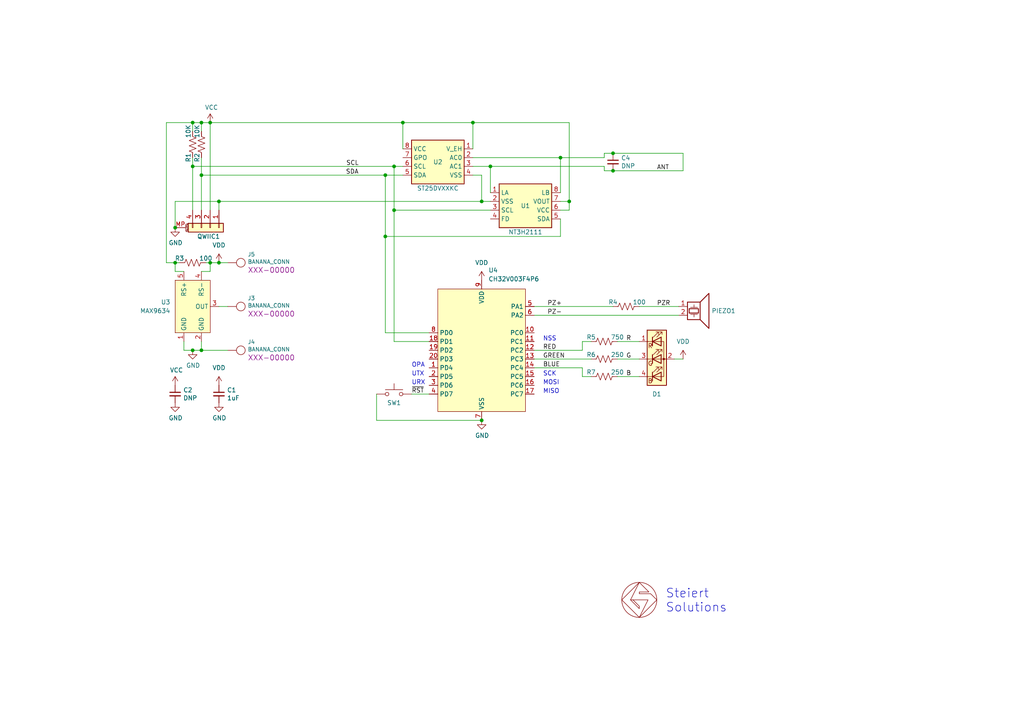
<source format=kicad_sch>
(kicad_sch (version 20230121) (generator eeschema)

  (uuid f0bf5cab-3795-4316-a115-eebb60814512)

  (paper "A4")

  (lib_symbols
    (symbol "Connector_Generic_MountingPin:Conn_01x04_MountingPin" (pin_names (offset 1.016) hide) (in_bom yes) (on_board yes)
      (property "Reference" "J" (at 0 5.08 0)
        (effects (font (size 1.27 1.27)))
      )
      (property "Value" "Conn_01x04_MountingPin" (at 1.27 -7.62 0)
        (effects (font (size 1.27 1.27)) (justify left))
      )
      (property "Footprint" "" (at 0 0 0)
        (effects (font (size 1.27 1.27)) hide)
      )
      (property "Datasheet" "~" (at 0 0 0)
        (effects (font (size 1.27 1.27)) hide)
      )
      (property "ki_keywords" "connector" (at 0 0 0)
        (effects (font (size 1.27 1.27)) hide)
      )
      (property "ki_description" "Generic connectable mounting pin connector, single row, 01x04, script generated (kicad-library-utils/schlib/autogen/connector/)" (at 0 0 0)
        (effects (font (size 1.27 1.27)) hide)
      )
      (property "ki_fp_filters" "Connector*:*_1x??-1MP*" (at 0 0 0)
        (effects (font (size 1.27 1.27)) hide)
      )
      (symbol "Conn_01x04_MountingPin_1_1"
        (rectangle (start -1.27 -4.953) (end 0 -5.207)
          (stroke (width 0.1524) (type default))
          (fill (type none))
        )
        (rectangle (start -1.27 -2.413) (end 0 -2.667)
          (stroke (width 0.1524) (type default))
          (fill (type none))
        )
        (rectangle (start -1.27 0.127) (end 0 -0.127)
          (stroke (width 0.1524) (type default))
          (fill (type none))
        )
        (rectangle (start -1.27 2.667) (end 0 2.413)
          (stroke (width 0.1524) (type default))
          (fill (type none))
        )
        (rectangle (start -1.27 3.81) (end 1.27 -6.35)
          (stroke (width 0.254) (type default))
          (fill (type background))
        )
        (polyline
          (pts
            (xy -1.016 -7.112)
            (xy 1.016 -7.112)
          )
          (stroke (width 0.1524) (type default))
          (fill (type none))
        )
        (text "Mounting" (at 0 -6.731 0)
          (effects (font (size 0.381 0.381)))
        )
        (pin passive line (at -5.08 2.54 0) (length 3.81)
          (name "Pin_1" (effects (font (size 1.27 1.27))))
          (number "1" (effects (font (size 1.27 1.27))))
        )
        (pin passive line (at -5.08 0 0) (length 3.81)
          (name "Pin_2" (effects (font (size 1.27 1.27))))
          (number "2" (effects (font (size 1.27 1.27))))
        )
        (pin passive line (at -5.08 -2.54 0) (length 3.81)
          (name "Pin_3" (effects (font (size 1.27 1.27))))
          (number "3" (effects (font (size 1.27 1.27))))
        )
        (pin passive line (at -5.08 -5.08 0) (length 3.81)
          (name "Pin_4" (effects (font (size 1.27 1.27))))
          (number "4" (effects (font (size 1.27 1.27))))
        )
        (pin passive line (at 0 -10.16 90) (length 3.048)
          (name "MountPin" (effects (font (size 1.27 1.27))))
          (number "MP" (effects (font (size 1.27 1.27))))
        )
      )
    )
    (symbol "Device:C_Small" (pin_numbers hide) (pin_names (offset 0.254) hide) (in_bom yes) (on_board yes)
      (property "Reference" "C" (at 0.254 1.778 0)
        (effects (font (size 1.27 1.27)) (justify left))
      )
      (property "Value" "C_Small" (at 0.254 -2.032 0)
        (effects (font (size 1.27 1.27)) (justify left))
      )
      (property "Footprint" "" (at 0 0 0)
        (effects (font (size 1.27 1.27)) hide)
      )
      (property "Datasheet" "~" (at 0 0 0)
        (effects (font (size 1.27 1.27)) hide)
      )
      (property "ki_keywords" "capacitor cap" (at 0 0 0)
        (effects (font (size 1.27 1.27)) hide)
      )
      (property "ki_description" "Unpolarized capacitor, small symbol" (at 0 0 0)
        (effects (font (size 1.27 1.27)) hide)
      )
      (property "ki_fp_filters" "C_*" (at 0 0 0)
        (effects (font (size 1.27 1.27)) hide)
      )
      (symbol "C_Small_0_1"
        (polyline
          (pts
            (xy -1.524 -0.508)
            (xy 1.524 -0.508)
          )
          (stroke (width 0.3302) (type default))
          (fill (type none))
        )
        (polyline
          (pts
            (xy -1.524 0.508)
            (xy 1.524 0.508)
          )
          (stroke (width 0.3048) (type default))
          (fill (type none))
        )
      )
      (symbol "C_Small_1_1"
        (pin passive line (at 0 2.54 270) (length 2.032)
          (name "~" (effects (font (size 1.27 1.27))))
          (number "1" (effects (font (size 1.27 1.27))))
        )
        (pin passive line (at 0 -2.54 90) (length 2.032)
          (name "~" (effects (font (size 1.27 1.27))))
          (number "2" (effects (font (size 1.27 1.27))))
        )
      )
    )
    (symbol "Device:LED_RAGB" (pin_names (offset 0) hide) (in_bom yes) (on_board yes)
      (property "Reference" "D" (at 0 9.398 0)
        (effects (font (size 1.27 1.27)))
      )
      (property "Value" "LED_RAGB" (at 0 -8.89 0)
        (effects (font (size 1.27 1.27)))
      )
      (property "Footprint" "" (at 0 -1.27 0)
        (effects (font (size 1.27 1.27)) hide)
      )
      (property "Datasheet" "~" (at 0 -1.27 0)
        (effects (font (size 1.27 1.27)) hide)
      )
      (property "ki_keywords" "LED RGB diode" (at 0 0 0)
        (effects (font (size 1.27 1.27)) hide)
      )
      (property "ki_description" "RGB LED, red/anode/green/blue" (at 0 0 0)
        (effects (font (size 1.27 1.27)) hide)
      )
      (property "ki_fp_filters" "LED* LED_SMD:* LED_THT:*" (at 0 0 0)
        (effects (font (size 1.27 1.27)) hide)
      )
      (symbol "LED_RAGB_0_0"
        (text "B" (at -1.905 -6.35 0)
          (effects (font (size 1.27 1.27)))
        )
        (text "G" (at -1.905 -1.27 0)
          (effects (font (size 1.27 1.27)))
        )
        (text "R" (at -1.905 3.81 0)
          (effects (font (size 1.27 1.27)))
        )
      )
      (symbol "LED_RAGB_0_1"
        (polyline
          (pts
            (xy -1.27 -5.08)
            (xy -2.54 -5.08)
          )
          (stroke (width 0) (type default))
          (fill (type none))
        )
        (polyline
          (pts
            (xy -1.27 -5.08)
            (xy 1.27 -5.08)
          )
          (stroke (width 0) (type default))
          (fill (type none))
        )
        (polyline
          (pts
            (xy -1.27 -3.81)
            (xy -1.27 -6.35)
          )
          (stroke (width 0.254) (type default))
          (fill (type none))
        )
        (polyline
          (pts
            (xy -1.27 0)
            (xy -2.54 0)
          )
          (stroke (width 0) (type default))
          (fill (type none))
        )
        (polyline
          (pts
            (xy -1.27 1.27)
            (xy -1.27 -1.27)
          )
          (stroke (width 0.254) (type default))
          (fill (type none))
        )
        (polyline
          (pts
            (xy -1.27 5.08)
            (xy -2.54 5.08)
          )
          (stroke (width 0) (type default))
          (fill (type none))
        )
        (polyline
          (pts
            (xy -1.27 5.08)
            (xy 1.27 5.08)
          )
          (stroke (width 0) (type default))
          (fill (type none))
        )
        (polyline
          (pts
            (xy -1.27 6.35)
            (xy -1.27 3.81)
          )
          (stroke (width 0.254) (type default))
          (fill (type none))
        )
        (polyline
          (pts
            (xy 1.27 0)
            (xy -1.27 0)
          )
          (stroke (width 0) (type default))
          (fill (type none))
        )
        (polyline
          (pts
            (xy 1.27 0)
            (xy 2.54 0)
          )
          (stroke (width 0) (type default))
          (fill (type none))
        )
        (polyline
          (pts
            (xy -1.27 1.27)
            (xy -1.27 -1.27)
            (xy -1.27 -1.27)
          )
          (stroke (width 0) (type default))
          (fill (type none))
        )
        (polyline
          (pts
            (xy -1.27 6.35)
            (xy -1.27 3.81)
            (xy -1.27 3.81)
          )
          (stroke (width 0) (type default))
          (fill (type none))
        )
        (polyline
          (pts
            (xy 1.27 -5.08)
            (xy 2.032 -5.08)
            (xy 2.032 5.08)
            (xy 1.27 5.08)
          )
          (stroke (width 0) (type default))
          (fill (type none))
        )
        (polyline
          (pts
            (xy 1.27 -3.81)
            (xy 1.27 -6.35)
            (xy -1.27 -5.08)
            (xy 1.27 -3.81)
          )
          (stroke (width 0.254) (type default))
          (fill (type none))
        )
        (polyline
          (pts
            (xy 1.27 1.27)
            (xy 1.27 -1.27)
            (xy -1.27 0)
            (xy 1.27 1.27)
          )
          (stroke (width 0.254) (type default))
          (fill (type none))
        )
        (polyline
          (pts
            (xy 1.27 6.35)
            (xy 1.27 3.81)
            (xy -1.27 5.08)
            (xy 1.27 6.35)
          )
          (stroke (width 0.254) (type default))
          (fill (type none))
        )
        (polyline
          (pts
            (xy -1.016 -3.81)
            (xy 0.508 -2.286)
            (xy -0.254 -2.286)
            (xy 0.508 -2.286)
            (xy 0.508 -3.048)
          )
          (stroke (width 0) (type default))
          (fill (type none))
        )
        (polyline
          (pts
            (xy -1.016 1.27)
            (xy 0.508 2.794)
            (xy -0.254 2.794)
            (xy 0.508 2.794)
            (xy 0.508 2.032)
          )
          (stroke (width 0) (type default))
          (fill (type none))
        )
        (polyline
          (pts
            (xy -1.016 6.35)
            (xy 0.508 7.874)
            (xy -0.254 7.874)
            (xy 0.508 7.874)
            (xy 0.508 7.112)
          )
          (stroke (width 0) (type default))
          (fill (type none))
        )
        (polyline
          (pts
            (xy 0 -3.81)
            (xy 1.524 -2.286)
            (xy 0.762 -2.286)
            (xy 1.524 -2.286)
            (xy 1.524 -3.048)
          )
          (stroke (width 0) (type default))
          (fill (type none))
        )
        (polyline
          (pts
            (xy 0 1.27)
            (xy 1.524 2.794)
            (xy 0.762 2.794)
            (xy 1.524 2.794)
            (xy 1.524 2.032)
          )
          (stroke (width 0) (type default))
          (fill (type none))
        )
        (polyline
          (pts
            (xy 0 6.35)
            (xy 1.524 7.874)
            (xy 0.762 7.874)
            (xy 1.524 7.874)
            (xy 1.524 7.112)
          )
          (stroke (width 0) (type default))
          (fill (type none))
        )
        (rectangle (start 1.27 -1.27) (end 1.27 1.27)
          (stroke (width 0) (type default))
          (fill (type none))
        )
        (rectangle (start 1.27 1.27) (end 1.27 1.27)
          (stroke (width 0) (type default))
          (fill (type none))
        )
        (rectangle (start 1.27 3.81) (end 1.27 6.35)
          (stroke (width 0) (type default))
          (fill (type none))
        )
        (rectangle (start 1.27 6.35) (end 1.27 6.35)
          (stroke (width 0) (type default))
          (fill (type none))
        )
        (circle (center 2.032 0) (radius 0.254)
          (stroke (width 0) (type default))
          (fill (type outline))
        )
        (rectangle (start 2.794 8.382) (end -2.794 -7.62)
          (stroke (width 0.254) (type default))
          (fill (type background))
        )
      )
      (symbol "LED_RAGB_1_1"
        (pin passive line (at -5.08 5.08 0) (length 2.54)
          (name "RK" (effects (font (size 1.27 1.27))))
          (number "1" (effects (font (size 1.27 1.27))))
        )
        (pin passive line (at 5.08 0 180) (length 2.54)
          (name "A" (effects (font (size 1.27 1.27))))
          (number "2" (effects (font (size 1.27 1.27))))
        )
        (pin passive line (at -5.08 0 0) (length 2.54)
          (name "GK" (effects (font (size 1.27 1.27))))
          (number "3" (effects (font (size 1.27 1.27))))
        )
        (pin passive line (at -5.08 -5.08 0) (length 2.54)
          (name "BK" (effects (font (size 1.27 1.27))))
          (number "4" (effects (font (size 1.27 1.27))))
        )
      )
    )
    (symbol "Device:R_US" (pin_numbers hide) (pin_names (offset 0)) (in_bom yes) (on_board yes)
      (property "Reference" "R" (at 2.54 0 90)
        (effects (font (size 1.27 1.27)))
      )
      (property "Value" "R_US" (at -2.54 0 90)
        (effects (font (size 1.27 1.27)))
      )
      (property "Footprint" "" (at 1.016 -0.254 90)
        (effects (font (size 1.27 1.27)) hide)
      )
      (property "Datasheet" "~" (at 0 0 0)
        (effects (font (size 1.27 1.27)) hide)
      )
      (property "ki_keywords" "R res resistor" (at 0 0 0)
        (effects (font (size 1.27 1.27)) hide)
      )
      (property "ki_description" "Resistor, US symbol" (at 0 0 0)
        (effects (font (size 1.27 1.27)) hide)
      )
      (property "ki_fp_filters" "R_*" (at 0 0 0)
        (effects (font (size 1.27 1.27)) hide)
      )
      (symbol "R_US_0_1"
        (polyline
          (pts
            (xy 0 -2.286)
            (xy 0 -2.54)
          )
          (stroke (width 0) (type default))
          (fill (type none))
        )
        (polyline
          (pts
            (xy 0 2.286)
            (xy 0 2.54)
          )
          (stroke (width 0) (type default))
          (fill (type none))
        )
        (polyline
          (pts
            (xy 0 -0.762)
            (xy 1.016 -1.143)
            (xy 0 -1.524)
            (xy -1.016 -1.905)
            (xy 0 -2.286)
          )
          (stroke (width 0) (type default))
          (fill (type none))
        )
        (polyline
          (pts
            (xy 0 0.762)
            (xy 1.016 0.381)
            (xy 0 0)
            (xy -1.016 -0.381)
            (xy 0 -0.762)
          )
          (stroke (width 0) (type default))
          (fill (type none))
        )
        (polyline
          (pts
            (xy 0 2.286)
            (xy 1.016 1.905)
            (xy 0 1.524)
            (xy -1.016 1.143)
            (xy 0 0.762)
          )
          (stroke (width 0) (type default))
          (fill (type none))
        )
      )
      (symbol "R_US_1_1"
        (pin passive line (at 0 3.81 270) (length 1.27)
          (name "~" (effects (font (size 1.27 1.27))))
          (number "1" (effects (font (size 1.27 1.27))))
        )
        (pin passive line (at 0 -3.81 90) (length 1.27)
          (name "~" (effects (font (size 1.27 1.27))))
          (number "2" (effects (font (size 1.27 1.27))))
        )
      )
    )
    (symbol "Device:Speaker_Crystal" (pin_names (offset 0) hide) (in_bom yes) (on_board yes)
      (property "Reference" "LS" (at 0.635 5.715 0)
        (effects (font (size 1.27 1.27)) (justify right))
      )
      (property "Value" "Speaker_Crystal" (at 0.635 3.81 0)
        (effects (font (size 1.27 1.27)) (justify right))
      )
      (property "Footprint" "" (at -0.889 -1.27 0)
        (effects (font (size 1.27 1.27)) hide)
      )
      (property "Datasheet" "~" (at -0.889 -1.27 0)
        (effects (font (size 1.27 1.27)) hide)
      )
      (property "ki_keywords" "crystal speaker ultrasonic transducer" (at 0 0 0)
        (effects (font (size 1.27 1.27)) hide)
      )
      (property "ki_description" "Crystal speaker/transducer" (at 0 0 0)
        (effects (font (size 1.27 1.27)) hide)
      )
      (symbol "Speaker_Crystal_0_0"
        (rectangle (start -2.54 1.27) (end 1.143 -3.81)
          (stroke (width 0.254) (type default))
          (fill (type none))
        )
        (rectangle (start -2.032 -0.635) (end 0.635 -1.905)
          (stroke (width 0.254) (type default))
          (fill (type none))
        )
        (polyline
          (pts
            (xy -1.651 -2.286)
            (xy 0.381 -2.286)
          )
          (stroke (width 0) (type default))
          (fill (type none))
        )
        (polyline
          (pts
            (xy -1.651 -0.254)
            (xy 0.381 -0.254)
          )
          (stroke (width 0) (type default))
          (fill (type none))
        )
        (polyline
          (pts
            (xy -0.635 -2.286)
            (xy -0.635 -3.048)
          )
          (stroke (width 0) (type default))
          (fill (type none))
        )
        (polyline
          (pts
            (xy -0.635 -0.254)
            (xy -0.635 0.508)
          )
          (stroke (width 0) (type default))
          (fill (type none))
        )
        (polyline
          (pts
            (xy 1.143 1.27)
            (xy 3.683 3.81)
            (xy 3.683 -6.35)
            (xy 1.143 -3.81)
          )
          (stroke (width 0.254) (type default))
          (fill (type none))
        )
      )
      (symbol "Speaker_Crystal_1_1"
        (pin input line (at -5.08 0 0) (length 2.54)
          (name "1" (effects (font (size 1.27 1.27))))
          (number "1" (effects (font (size 1.27 1.27))))
        )
        (pin input line (at -5.08 -2.54 0) (length 2.54)
          (name "2" (effects (font (size 1.27 1.27))))
          (number "2" (effects (font (size 1.27 1.27))))
        )
      )
    )
    (symbol "Switch:SW_Push" (pin_numbers hide) (pin_names (offset 1.016) hide) (in_bom yes) (on_board yes)
      (property "Reference" "SW" (at 1.27 2.54 0)
        (effects (font (size 1.27 1.27)) (justify left))
      )
      (property "Value" "SW_Push" (at 0 -1.524 0)
        (effects (font (size 1.27 1.27)))
      )
      (property "Footprint" "" (at 0 5.08 0)
        (effects (font (size 1.27 1.27)) hide)
      )
      (property "Datasheet" "~" (at 0 5.08 0)
        (effects (font (size 1.27 1.27)) hide)
      )
      (property "ki_keywords" "switch normally-open pushbutton push-button" (at 0 0 0)
        (effects (font (size 1.27 1.27)) hide)
      )
      (property "ki_description" "Push button switch, generic, two pins" (at 0 0 0)
        (effects (font (size 1.27 1.27)) hide)
      )
      (symbol "SW_Push_0_1"
        (circle (center -2.032 0) (radius 0.508)
          (stroke (width 0) (type default))
          (fill (type none))
        )
        (polyline
          (pts
            (xy 0 1.27)
            (xy 0 3.048)
          )
          (stroke (width 0) (type default))
          (fill (type none))
        )
        (polyline
          (pts
            (xy 2.54 1.27)
            (xy -2.54 1.27)
          )
          (stroke (width 0) (type default))
          (fill (type none))
        )
        (circle (center 2.032 0) (radius 0.508)
          (stroke (width 0) (type default))
          (fill (type none))
        )
        (pin passive line (at -5.08 0 0) (length 2.54)
          (name "1" (effects (font (size 1.27 1.27))))
          (number "1" (effects (font (size 1.27 1.27))))
        )
        (pin passive line (at 5.08 0 180) (length 2.54)
          (name "2" (effects (font (size 1.27 1.27))))
          (number "2" (effects (font (size 1.27 1.27))))
        )
      )
    )
    (symbol "nfc-tst-lib:MAX9634" (in_bom yes) (on_board yes)
      (property "Reference" "U" (at -6.35 0 0)
        (effects (font (size 1.27 1.27)) (justify right))
      )
      (property "Value" "MAX9634" (at 0 0 0)
        (effects (font (size 1.27 1.27)))
      )
      (property "Footprint" "Package_TO_SOT_SMD:SOT-23-5" (at 0 0 0)
        (effects (font (size 1.27 1.27)) hide)
      )
      (property "Datasheet" "" (at 0 0 0)
        (effects (font (size 1.27 1.27)) hide)
      )
      (property "ki_description" "Current Sense Amp" (at 0 0 0)
        (effects (font (size 1.27 1.27)) hide)
      )
      (symbol "MAX9634_0_0"
        (pin power_in line (at -2.54 -10.16 90) (length 2.54)
          (name "GND" (effects (font (size 1.27 1.27))))
          (number "1" (effects (font (size 1.27 1.27))))
        )
        (pin power_in line (at 2.54 -10.16 90) (length 2.54)
          (name "GND" (effects (font (size 1.27 1.27))))
          (number "2" (effects (font (size 1.27 1.27))))
        )
        (pin output line (at 7.62 0 180) (length 2.54)
          (name "OUT" (effects (font (size 1.27 1.27))))
          (number "3" (effects (font (size 1.27 1.27))))
        )
        (pin input line (at 2.54 10.16 270) (length 2.54)
          (name "RS-" (effects (font (size 1.27 1.27))))
          (number "4" (effects (font (size 1.27 1.27))))
        )
        (pin input line (at -2.54 10.16 270) (length 2.54)
          (name "RS+" (effects (font (size 1.27 1.27))))
          (number "5" (effects (font (size 1.27 1.27))))
        )
      )
      (symbol "MAX9634_1_1"
        (rectangle (start -5.08 7.62) (end 5.08 -7.62)
          (stroke (width 0) (type default))
          (fill (type background))
        )
      )
    )
    (symbol "nfc-tst-lib:NTAG_I2C_PLUS" (in_bom yes) (on_board yes)
      (property "Reference" "U" (at -6.35 6.35 0)
        (effects (font (size 1.27 1.27)))
      )
      (property "Value" "NT3H2111" (at 1.27 6.35 0)
        (effects (font (size 1.27 1.27)) (justify left))
      )
      (property "Footprint" "Package_SO:SO-8_3.9x4.9mm_P1.27mm" (at 0 0 0)
        (effects (font (size 1.27 1.27)) hide)
      )
      (property "Datasheet" "https://www.nxp.com/docs/en/data-sheet/NT3H2111_2211.pdf" (at 1.27 -8.89 0)
        (effects (font (size 1.27 1.27)) hide)
      )
      (property "ki_keywords" "NFC/I2C EEPROM" (at 0 0 0)
        (effects (font (size 1.27 1.27)) hide)
      )
      (property "ki_description" "NFC/I2C EEPROM, SOIC-8/TSSOP-8/DFN-8" (at 0 0 0)
        (effects (font (size 1.27 1.27)) hide)
      )
      (property "ki_fp_filters" "DIP*W7.62mm* SOIC*3.9x4.9mm* TSSOP*4.4x3mm*P0.65mm* DFN*3x2mm*P0.5mm*" (at 0 0 0)
        (effects (font (size 1.27 1.27)) hide)
      )
      (symbol "NTAG_I2C_PLUS_1_1"
        (rectangle (start -7.62 5.08) (end 7.62 -7.62)
          (stroke (width 0.254) (type default))
          (fill (type background))
        )
        (pin input line (at -10.16 2.54 0) (length 2.54)
          (name "LA" (effects (font (size 1.27 1.27))))
          (number "1" (effects (font (size 1.27 1.27))))
        )
        (pin input line (at -10.16 0 0) (length 2.54)
          (name "VSS" (effects (font (size 1.27 1.27))))
          (number "2" (effects (font (size 1.27 1.27))))
        )
        (pin input line (at -10.16 -2.54 0) (length 2.54)
          (name "SCL" (effects (font (size 1.27 1.27))))
          (number "3" (effects (font (size 1.27 1.27))))
        )
        (pin power_in line (at -10.16 -5.08 0) (length 2.54)
          (name "FD" (effects (font (size 1.27 1.27))))
          (number "4" (effects (font (size 1.27 1.27))))
        )
        (pin bidirectional line (at 10.16 -5.08 180) (length 2.54)
          (name "SDA" (effects (font (size 1.27 1.27))))
          (number "5" (effects (font (size 1.27 1.27))))
        )
        (pin input line (at 10.16 -2.54 180) (length 2.54)
          (name "VCC" (effects (font (size 1.27 1.27))))
          (number "6" (effects (font (size 1.27 1.27))))
        )
        (pin input line (at 10.16 0 180) (length 2.54)
          (name "VOUT" (effects (font (size 1.27 1.27))))
          (number "7" (effects (font (size 1.27 1.27))))
        )
        (pin power_in line (at 10.16 2.54 180) (length 2.54)
          (name "LB" (effects (font (size 1.27 1.27))))
          (number "8" (effects (font (size 1.27 1.27))))
        )
      )
    )
    (symbol "nfc-tst-lib:ST25DVXXKC" (in_bom yes) (on_board yes)
      (property "Reference" "U" (at -6.35 6.35 0)
        (effects (font (size 1.27 1.27)))
      )
      (property "Value" "ST25DVXXKC" (at 1.27 6.35 0)
        (effects (font (size 1.27 1.27)) (justify left))
      )
      (property "Footprint" "Package_SO:SO-8_3.9x4.9mm_P1.27mm" (at 0 0 0)
        (effects (font (size 1.27 1.27)) hide)
      )
      (property "Datasheet" "https://www.st.com/resource/en/datasheet/st25dv04kc.pdf" (at 1.27 -8.89 0)
        (effects (font (size 1.27 1.27)) hide)
      )
      (property "ki_keywords" "NFC/I2C EEPROM" (at 0 0 0)
        (effects (font (size 1.27 1.27)) hide)
      )
      (property "ki_description" "NFC/I2C EEPROM, SOIC-8/TSSOP-8/DFN-8" (at 0 0 0)
        (effects (font (size 1.27 1.27)) hide)
      )
      (property "ki_fp_filters" "DIP*W7.62mm* SOIC*3.9x4.9mm* TSSOP*4.4x3mm*P0.65mm* DFN*3x2mm*P0.5mm*" (at 0 0 0)
        (effects (font (size 1.27 1.27)) hide)
      )
      (symbol "ST25DVXXKC_1_1"
        (rectangle (start -7.62 5.08) (end 7.62 -7.62)
          (stroke (width 0.254) (type default))
          (fill (type background))
        )
        (pin input line (at -10.16 2.54 0) (length 2.54)
          (name "V_EH" (effects (font (size 1.27 1.27))))
          (number "1" (effects (font (size 1.27 1.27))))
        )
        (pin input line (at -10.16 0 0) (length 2.54)
          (name "AC0" (effects (font (size 1.27 1.27))))
          (number "2" (effects (font (size 1.27 1.27))))
        )
        (pin input line (at -10.16 -2.54 0) (length 2.54)
          (name "AC1" (effects (font (size 1.27 1.27))))
          (number "3" (effects (font (size 1.27 1.27))))
        )
        (pin power_in line (at -10.16 -5.08 0) (length 2.54)
          (name "VSS" (effects (font (size 1.27 1.27))))
          (number "4" (effects (font (size 1.27 1.27))))
        )
        (pin bidirectional line (at 10.16 -5.08 180) (length 2.54)
          (name "SDA" (effects (font (size 1.27 1.27))))
          (number "5" (effects (font (size 1.27 1.27))))
        )
        (pin input line (at 10.16 -2.54 180) (length 2.54)
          (name "SCL" (effects (font (size 1.27 1.27))))
          (number "6" (effects (font (size 1.27 1.27))))
        )
        (pin input line (at 10.16 0 180) (length 2.54)
          (name "GPO" (effects (font (size 1.27 1.27))))
          (number "7" (effects (font (size 1.27 1.27))))
        )
        (pin power_in line (at 10.16 2.54 180) (length 2.54)
          (name "VCC" (effects (font (size 1.27 1.27))))
          (number "8" (effects (font (size 1.27 1.27))))
        )
      )
    )
    (symbol "nfc-tst-rescue:BANANA_CONN-SparkFun-Connectors" (pin_numbers hide) (pin_names (offset 1.016) hide) (in_bom yes) (on_board yes)
      (property "Reference" "J" (at -1.27 2.54 0)
        (effects (font (size 1.143 1.143)) (justify left bottom))
      )
      (property "Value" "SparkFun-Connectors_BANANA_CONN" (at -1.27 -3.81 0)
        (effects (font (size 1.143 1.143)) (justify left bottom))
      )
      (property "Footprint" "BANANA_CONN" (at 0 5.08 0)
        (effects (font (size 0.508 0.508)) hide)
      )
      (property "Datasheet" "" (at 0 0 0)
        (effects (font (size 1.27 1.27)) hide)
      )
      (property "Field4" "XXX-00000" (at 0 6.35 0)
        (effects (font (size 1.524 1.524)))
      )
      (property "ki_locked" "" (at 0 0 0)
        (effects (font (size 1.27 1.27)))
      )
      (property "ki_fp_filters" "*BANANA_CONN*" (at 0 0 0)
        (effects (font (size 1.27 1.27)) hide)
      )
      (symbol "BANANA_CONN-SparkFun-Connectors_1_1"
        (circle (center 0 0) (radius 1.27)
          (stroke (width 0) (type solid))
          (fill (type none))
        )
        (pin passive line (at -3.81 0 0) (length 2.54)
          (name "1" (effects (font (size 1.016 1.016))))
          (number "1" (effects (font (size 1.016 1.016))))
        )
      )
    )
    (symbol "nfc-tst-rescue:GS_logo-custom" (pin_numbers hide) (pin_names (offset 0) hide) (in_bom yes) (on_board yes)
      (property "Reference" "GS" (at 3.81 -5.08 0)
        (effects (font (size 1.27 1.27)) hide)
      )
      (property "Value" "custom_GS_logo" (at 0 6.35 0)
        (effects (font (size 1.27 1.27)) hide)
      )
      (property "Footprint" "footprint:gs_200mil" (at 0 0 0)
        (effects (font (size 1.27 1.27)) hide)
      )
      (property "Datasheet" "" (at 0 0 0)
        (effects (font (size 1.27 1.27)) hide)
      )
      (symbol "GS_logo-custom_0_1"
        (polyline
          (pts
            (xy 0 -5.08)
            (xy 5.08 0)
          )
          (stroke (width 0) (type solid))
          (fill (type none))
        )
        (polyline
          (pts
            (xy -2.54 0)
            (xy 0 -2.54)
            (xy 0 -1.8288)
            (xy -1.8288 0)
          )
          (stroke (width 0) (type solid))
          (fill (type none))
        )
        (polyline
          (pts
            (xy 0 5.08)
            (xy -5.08 0)
            (xy 0 -5.08)
            (xy 2.54 0)
            (xy -2.54 0)
            (xy 0 5.08)
          )
          (stroke (width 0) (type solid))
          (fill (type none))
        )
        (polyline
          (pts
            (xy 5.08 0)
            (xy 3.302 1.778)
            (xy 0 1.778)
            (xy 0 2.286)
            (xy 2.794 2.286)
            (xy 0 5.08)
          )
          (stroke (width 0) (type solid))
          (fill (type none))
        )
        (circle (center 0 0) (radius 5.08)
          (stroke (width 0) (type solid))
          (fill (type none))
        )
      )
      (symbol "GS_logo-custom_1_1"
        (pin unspecified line (at 0 0 90) (length 0) hide
          (name "GS" (effects (font (size 1.27 1.27))))
          (number "1" (effects (font (size 1.27 1.27))))
        )
      )
    )
    (symbol "power:GND" (power) (pin_names (offset 0)) (in_bom yes) (on_board yes)
      (property "Reference" "#PWR" (at 0 -6.35 0)
        (effects (font (size 1.27 1.27)) hide)
      )
      (property "Value" "GND" (at 0 -3.81 0)
        (effects (font (size 1.27 1.27)))
      )
      (property "Footprint" "" (at 0 0 0)
        (effects (font (size 1.27 1.27)) hide)
      )
      (property "Datasheet" "" (at 0 0 0)
        (effects (font (size 1.27 1.27)) hide)
      )
      (property "ki_keywords" "global power" (at 0 0 0)
        (effects (font (size 1.27 1.27)) hide)
      )
      (property "ki_description" "Power symbol creates a global label with name \"GND\" , ground" (at 0 0 0)
        (effects (font (size 1.27 1.27)) hide)
      )
      (symbol "GND_0_1"
        (polyline
          (pts
            (xy 0 0)
            (xy 0 -1.27)
            (xy 1.27 -1.27)
            (xy 0 -2.54)
            (xy -1.27 -1.27)
            (xy 0 -1.27)
          )
          (stroke (width 0) (type default))
          (fill (type none))
        )
      )
      (symbol "GND_1_1"
        (pin power_in line (at 0 0 270) (length 0) hide
          (name "GND" (effects (font (size 1.27 1.27))))
          (number "1" (effects (font (size 1.27 1.27))))
        )
      )
    )
    (symbol "power:VCC" (power) (pin_names (offset 0)) (in_bom yes) (on_board yes)
      (property "Reference" "#PWR" (at 0 -3.81 0)
        (effects (font (size 1.27 1.27)) hide)
      )
      (property "Value" "VCC" (at 0 3.81 0)
        (effects (font (size 1.27 1.27)))
      )
      (property "Footprint" "" (at 0 0 0)
        (effects (font (size 1.27 1.27)) hide)
      )
      (property "Datasheet" "" (at 0 0 0)
        (effects (font (size 1.27 1.27)) hide)
      )
      (property "ki_keywords" "global power" (at 0 0 0)
        (effects (font (size 1.27 1.27)) hide)
      )
      (property "ki_description" "Power symbol creates a global label with name \"VCC\"" (at 0 0 0)
        (effects (font (size 1.27 1.27)) hide)
      )
      (symbol "VCC_0_1"
        (polyline
          (pts
            (xy -0.762 1.27)
            (xy 0 2.54)
          )
          (stroke (width 0) (type default))
          (fill (type none))
        )
        (polyline
          (pts
            (xy 0 0)
            (xy 0 2.54)
          )
          (stroke (width 0) (type default))
          (fill (type none))
        )
        (polyline
          (pts
            (xy 0 2.54)
            (xy 0.762 1.27)
          )
          (stroke (width 0) (type default))
          (fill (type none))
        )
      )
      (symbol "VCC_1_1"
        (pin power_in line (at 0 0 90) (length 0) hide
          (name "VCC" (effects (font (size 1.27 1.27))))
          (number "1" (effects (font (size 1.27 1.27))))
        )
      )
    )
    (symbol "power:VDD" (power) (pin_names (offset 0)) (in_bom yes) (on_board yes)
      (property "Reference" "#PWR" (at 0 -3.81 0)
        (effects (font (size 1.27 1.27)) hide)
      )
      (property "Value" "VDD" (at 0 3.81 0)
        (effects (font (size 1.27 1.27)))
      )
      (property "Footprint" "" (at 0 0 0)
        (effects (font (size 1.27 1.27)) hide)
      )
      (property "Datasheet" "" (at 0 0 0)
        (effects (font (size 1.27 1.27)) hide)
      )
      (property "ki_keywords" "global power" (at 0 0 0)
        (effects (font (size 1.27 1.27)) hide)
      )
      (property "ki_description" "Power symbol creates a global label with name \"VDD\"" (at 0 0 0)
        (effects (font (size 1.27 1.27)) hide)
      )
      (symbol "VDD_0_1"
        (polyline
          (pts
            (xy -0.762 1.27)
            (xy 0 2.54)
          )
          (stroke (width 0) (type default))
          (fill (type none))
        )
        (polyline
          (pts
            (xy 0 0)
            (xy 0 2.54)
          )
          (stroke (width 0) (type default))
          (fill (type none))
        )
        (polyline
          (pts
            (xy 0 2.54)
            (xy 0.762 1.27)
          )
          (stroke (width 0) (type default))
          (fill (type none))
        )
      )
      (symbol "VDD_1_1"
        (pin power_in line (at 0 0 90) (length 0) hide
          (name "VDD" (effects (font (size 1.27 1.27))))
          (number "1" (effects (font (size 1.27 1.27))))
        )
      )
    )
    (symbol "wch-mcu:CH32V003F4P6" (in_bom yes) (on_board yes)
      (property "Reference" "U" (at -12.7 19.05 0)
        (effects (font (size 1.27 1.27)) (justify left))
      )
      (property "Value" "CH32V003F4P6" (at 1.27 19.05 0)
        (effects (font (size 1.27 1.27)) (justify left))
      )
      (property "Footprint" "Package_SO:TSSOP-20_4.4x6.5mm_P0.65mm" (at 0 35.56 0)
        (effects (font (size 1.27 1.27)) hide)
      )
      (property "Datasheet" "https://datasheet.lcsc.com/lcsc/2302231730_WCH-Jiangsu-Qin-Heng-CH32V003F4U6_C5299908.pdf" (at 0 33.02 0)
        (effects (font (size 1.27 1.27)) hide)
      )
      (symbol "CH32V003F4P6_0_1"
        (rectangle (start -12.7 17.78) (end 12.7 -17.78)
          (stroke (width 0.1524) (type default))
          (fill (type background))
        )
      )
      (symbol "CH32V003F4P6_1_0"
        (pin bidirectional line (at 15.24 -10.16 180) (length 2.54)
          (name "PC6" (effects (font (size 1.27 1.27))))
          (number "16" (effects (font (size 1.27 1.27))))
        )
        (pin bidirectional line (at 15.24 -12.7 180) (length 2.54)
          (name "PC7" (effects (font (size 1.27 1.27))))
          (number "17" (effects (font (size 1.27 1.27))))
        )
        (pin bidirectional line (at -15.24 2.54 0) (length 2.54)
          (name "PD1" (effects (font (size 1.27 1.27))))
          (number "18" (effects (font (size 1.27 1.27))))
        )
        (pin bidirectional line (at -15.24 0 0) (length 2.54)
          (name "PD2" (effects (font (size 1.27 1.27))))
          (number "19" (effects (font (size 1.27 1.27))))
        )
        (pin bidirectional line (at -15.24 -2.54 0) (length 2.54)
          (name "PD3" (effects (font (size 1.27 1.27))))
          (number "20" (effects (font (size 1.27 1.27))))
        )
      )
      (symbol "CH32V003F4P6_1_1"
        (pin bidirectional line (at -15.24 -5.08 0) (length 2.54)
          (name "PD4" (effects (font (size 1.27 1.27))))
          (number "1" (effects (font (size 1.27 1.27))))
          (alternate "AIN6" input line)
          (alternate "MISO" input line)
          (alternate "RXD1" input line)
          (alternate "VBUS" input line)
        )
        (pin bidirectional line (at 15.24 5.08 180) (length 2.54)
          (name "PC0" (effects (font (size 1.27 1.27))))
          (number "10" (effects (font (size 1.27 1.27))))
          (alternate "AIN6" input line)
          (alternate "MISO" input line)
          (alternate "RXD1" input line)
          (alternate "VBUS" input line)
        )
        (pin bidirectional line (at 15.24 2.54 180) (length 2.54)
          (name "PC1" (effects (font (size 1.27 1.27))))
          (number "11" (effects (font (size 1.27 1.27))))
          (alternate "AIN6" input line)
          (alternate "MISO" input line)
          (alternate "RXD1" input line)
          (alternate "VBUS" input line)
        )
        (pin bidirectional line (at 15.24 0 180) (length 2.54)
          (name "PC2" (effects (font (size 1.27 1.27))))
          (number "12" (effects (font (size 1.27 1.27))))
          (alternate "AIN6" input line)
          (alternate "MISO" input line)
          (alternate "RXD1" input line)
          (alternate "VBUS" input line)
        )
        (pin bidirectional line (at 15.24 -2.54 180) (length 2.54)
          (name "PC3" (effects (font (size 1.27 1.27))))
          (number "13" (effects (font (size 1.27 1.27))))
          (alternate "AIN6" input line)
          (alternate "MISO" input line)
          (alternate "RXD1" input line)
          (alternate "VBUS" input line)
        )
        (pin bidirectional line (at 15.24 -5.08 180) (length 2.54)
          (name "PC4" (effects (font (size 1.27 1.27))))
          (number "14" (effects (font (size 1.27 1.27))))
        )
        (pin bidirectional line (at 15.24 -7.62 180) (length 2.54)
          (name "PC5" (effects (font (size 1.27 1.27))))
          (number "15" (effects (font (size 1.27 1.27))))
        )
        (pin bidirectional line (at -15.24 -7.62 0) (length 2.54)
          (name "PD5" (effects (font (size 1.27 1.27))))
          (number "2" (effects (font (size 1.27 1.27))))
          (alternate "AIN6" input line)
          (alternate "MISO" input line)
          (alternate "RXD1" input line)
          (alternate "VBUS" input line)
        )
        (pin bidirectional line (at -15.24 -10.16 0) (length 2.54)
          (name "PD6" (effects (font (size 1.27 1.27))))
          (number "3" (effects (font (size 1.27 1.27))))
          (alternate "AIN6" input line)
          (alternate "MISO" input line)
          (alternate "RXD1" input line)
          (alternate "VBUS" input line)
        )
        (pin bidirectional line (at -15.24 -12.7 0) (length 2.54)
          (name "PD7" (effects (font (size 1.27 1.27))))
          (number "4" (effects (font (size 1.27 1.27))))
          (alternate "AIN6" input line)
          (alternate "MISO" input line)
          (alternate "RXD1" input line)
          (alternate "VBUS" input line)
        )
        (pin bidirectional line (at 15.24 12.7 180) (length 2.54)
          (name "PA1" (effects (font (size 1.27 1.27))))
          (number "5" (effects (font (size 1.27 1.27))))
          (alternate "AIN6" input line)
          (alternate "MISO" input line)
          (alternate "RXD1" input line)
          (alternate "VBUS" input line)
        )
        (pin bidirectional line (at 15.24 10.16 180) (length 2.54)
          (name "PA2" (effects (font (size 1.27 1.27))))
          (number "6" (effects (font (size 1.27 1.27))))
          (alternate "AIN6" input line)
          (alternate "MISO" input line)
          (alternate "RXD1" input line)
          (alternate "VBUS" input line)
        )
        (pin power_in line (at 0 -20.32 90) (length 2.54)
          (name "VSS" (effects (font (size 1.27 1.27))))
          (number "7" (effects (font (size 1.27 1.27))))
          (alternate "AIN6" input line)
          (alternate "MISO" input line)
          (alternate "RXD1" input line)
          (alternate "VBUS" input line)
        )
        (pin bidirectional line (at -15.24 5.08 0) (length 2.54)
          (name "PD0" (effects (font (size 1.27 1.27))))
          (number "8" (effects (font (size 1.27 1.27))))
          (alternate "AIN6" input line)
          (alternate "MISO" input line)
          (alternate "RXD1" input line)
          (alternate "VBUS" input line)
        )
        (pin power_in line (at 0 20.32 270) (length 2.54)
          (name "VDD" (effects (font (size 1.27 1.27))))
          (number "9" (effects (font (size 1.27 1.27))))
          (alternate "AIN6" input line)
          (alternate "MISO" input line)
          (alternate "RXD1" input line)
          (alternate "VBUS" input line)
        )
      )
    )
  )

  (junction (at 63.5 58.42) (diameter 0) (color 0 0 0 0)
    (uuid 05f2d48b-9ca5-414e-865e-0082229c13ef)
  )
  (junction (at 111.76 50.8) (diameter 0) (color 0 0 0 0)
    (uuid 1e90b50f-5538-44d7-bcdc-b34d96769360)
  )
  (junction (at 55.88 48.26) (diameter 0) (color 0 0 0 0)
    (uuid 20c76869-8091-40e5-911e-eeba1bc6f350)
  )
  (junction (at 58.42 101.6) (diameter 0) (color 0 0 0 0)
    (uuid 2b095bf6-2c6b-4285-b108-2a3a4c80b8bc)
  )
  (junction (at 177.8 49.53) (diameter 0) (color 0 0 0 0)
    (uuid 31794d64-bf48-4111-a7ea-20e3b1b8a5bf)
  )
  (junction (at 111.76 68.58) (diameter 0) (color 0 0 0 0)
    (uuid 569eecac-6338-49a1-bfc4-095ae67670b5)
  )
  (junction (at 139.7 121.92) (diameter 0) (color 0 0 0 0)
    (uuid 57e5ca12-0cae-48bd-824e-1fe857e90eb5)
  )
  (junction (at 142.24 48.26) (diameter 0) (color 0 0 0 0)
    (uuid 63c7aaf4-315c-49b0-96fe-13af202917fa)
  )
  (junction (at 177.8 44.45) (diameter 0) (color 0 0 0 0)
    (uuid 69ef9d69-167c-4237-8558-f9d46b61175d)
  )
  (junction (at 50.8 66.04) (diameter 0) (color 0 0 0 0)
    (uuid 729a28a1-51ff-45e7-bbc7-a14b9e7902e6)
  )
  (junction (at 139.7 58.42) (diameter 0) (color 0 0 0 0)
    (uuid 747f98e4-cec2-4fc7-9ced-7931e7ae01fb)
  )
  (junction (at 50.8 76.2) (diameter 0) (color 0 0 0 0)
    (uuid 77ace4d7-b8fe-4a86-bbb7-c997a57c47cc)
  )
  (junction (at 63.5 76.2) (diameter 0) (color 0 0 0 0)
    (uuid 7833330a-d4ce-434b-b340-19de0cb5cba6)
  )
  (junction (at 55.88 35.56) (diameter 0) (color 0 0 0 0)
    (uuid 930d532e-7e4f-4eaa-8e6c-c9765745ec97)
  )
  (junction (at 116.84 35.56) (diameter 0) (color 0 0 0 0)
    (uuid a1c1d744-3e5a-4b3a-91f1-b9dbb4a59ee1)
  )
  (junction (at 114.3 48.26) (diameter 0) (color 0 0 0 0)
    (uuid ac2decf3-20ca-4f7a-b4bb-7d3349c8aa36)
  )
  (junction (at 114.3 60.96) (diameter 0) (color 0 0 0 0)
    (uuid b030df59-63cd-47ef-8382-ddb39964f4df)
  )
  (junction (at 137.16 35.56) (diameter 0) (color 0 0 0 0)
    (uuid b5756256-4349-408b-9385-d1b176057782)
  )
  (junction (at 58.42 50.8) (diameter 0) (color 0 0 0 0)
    (uuid c2a0dcce-1a7f-47d9-9d9c-d061bda1cd4e)
  )
  (junction (at 58.42 35.56) (diameter 0) (color 0 0 0 0)
    (uuid d877fe1e-d62d-4146-8095-476af7264049)
  )
  (junction (at 162.56 45.72) (diameter 0) (color 0 0 0 0)
    (uuid e63729f8-c3ff-4bfb-92b1-efb42215eadc)
  )
  (junction (at 165.1 58.42) (diameter 0) (color 0 0 0 0)
    (uuid ef82afe8-3c54-4bda-b5e9-6796cf69bf79)
  )
  (junction (at 60.96 35.56) (diameter 0) (color 0 0 0 0)
    (uuid f369efa4-8bda-40f8-afdf-8bfa63a79bde)
  )
  (junction (at 55.88 101.6) (diameter 0) (color 0 0 0 0)
    (uuid f4e89c1c-f20c-4d76-b2e5-3fa10e1b1e46)
  )
  (junction (at 60.96 76.2) (diameter 0) (color 0 0 0 0)
    (uuid f92a903f-7930-4538-a959-169a6512397d)
  )

  (wire (pts (xy 165.1 60.96) (xy 165.1 58.42))
    (stroke (width 0) (type default))
    (uuid 0064264d-475c-4dc7-85be-8e0d8dc1108d)
  )
  (wire (pts (xy 137.16 45.72) (xy 162.56 45.72))
    (stroke (width 0) (type default))
    (uuid 0a4a38be-0946-4e4c-a0ad-3e02d10fc638)
  )
  (wire (pts (xy 58.42 101.6) (xy 66.04 101.6))
    (stroke (width 0) (type default))
    (uuid 0c2554f6-02fe-431d-8fe2-cf419ba3018f)
  )
  (wire (pts (xy 162.56 63.5) (xy 162.56 68.58))
    (stroke (width 0) (type default))
    (uuid 0dd8800d-d001-451e-b592-b79b394650ae)
  )
  (wire (pts (xy 137.16 50.8) (xy 139.7 50.8))
    (stroke (width 0) (type default))
    (uuid 12d78725-3b10-44e4-b032-7d9620283512)
  )
  (wire (pts (xy 55.88 38.1) (xy 55.88 35.56))
    (stroke (width 0) (type default))
    (uuid 14bf17c3-7a7f-41ec-91e0-474724b18143)
  )
  (wire (pts (xy 154.94 91.44) (xy 196.85 91.44))
    (stroke (width 0) (type default))
    (uuid 15991a11-7bb4-4fd7-905c-162b6a9ca55d)
  )
  (wire (pts (xy 55.88 35.56) (xy 58.42 35.56))
    (stroke (width 0) (type default))
    (uuid 1cd4de57-78d8-4a98-8462-fba67b8926ef)
  )
  (wire (pts (xy 111.76 50.8) (xy 116.84 50.8))
    (stroke (width 0) (type default))
    (uuid 21a7c118-c185-4369-bfd9-3e5919201503)
  )
  (wire (pts (xy 175.26 49.53) (xy 175.26 48.26))
    (stroke (width 0) (type default))
    (uuid 22e6a999-fd2a-464e-90b1-654e7e1ce237)
  )
  (wire (pts (xy 63.5 76.2) (xy 66.04 76.2))
    (stroke (width 0) (type default))
    (uuid 23feaac4-b205-4c54-92d1-c04929dabfca)
  )
  (wire (pts (xy 179.07 104.14) (xy 185.42 104.14))
    (stroke (width 0) (type default))
    (uuid 29128d05-5042-4dbc-a421-9a64b6ffa82b)
  )
  (wire (pts (xy 58.42 35.56) (xy 60.96 35.56))
    (stroke (width 0) (type default))
    (uuid 2a3f2f65-a016-4240-b5e4-2a3fb574563c)
  )
  (wire (pts (xy 165.1 35.56) (xy 137.16 35.56))
    (stroke (width 0) (type default))
    (uuid 2f0f69bd-74fc-4204-9c1a-066d2f287fb3)
  )
  (wire (pts (xy 137.16 35.56) (xy 137.16 43.18))
    (stroke (width 0) (type default))
    (uuid 300a73c2-42f0-42b9-ad11-b838aef695d0)
  )
  (wire (pts (xy 114.3 99.06) (xy 124.46 99.06))
    (stroke (width 0) (type default))
    (uuid 30bdd701-808a-49b0-935d-f977474f63df)
  )
  (wire (pts (xy 109.22 121.92) (xy 139.7 121.92))
    (stroke (width 0) (type default))
    (uuid 31f4ef02-3eaa-4b09-86fc-35beb0141b77)
  )
  (wire (pts (xy 139.7 58.42) (xy 142.24 58.42))
    (stroke (width 0) (type default))
    (uuid 3686aaeb-9f6d-4037-a4f1-e152c33a971b)
  )
  (wire (pts (xy 60.96 78.74) (xy 60.96 76.2))
    (stroke (width 0) (type default))
    (uuid 37ce1a86-8092-4f15-80fd-1290f7b1d4f7)
  )
  (wire (pts (xy 63.5 88.9) (xy 66.04 88.9))
    (stroke (width 0) (type default))
    (uuid 37f861f8-835d-473b-9baa-7c8d06e2dd35)
  )
  (wire (pts (xy 175.26 44.45) (xy 177.8 44.45))
    (stroke (width 0) (type default))
    (uuid 3864e2ba-8feb-4062-9955-f36633c0c349)
  )
  (wire (pts (xy 168.91 106.68) (xy 168.91 109.22))
    (stroke (width 0) (type default))
    (uuid 39765f44-2082-4fd2-bd0f-9b9245488af4)
  )
  (wire (pts (xy 63.5 58.42) (xy 50.8 58.42))
    (stroke (width 0) (type default))
    (uuid 3d2208b6-8136-4a9e-af5c-de766885421a)
  )
  (wire (pts (xy 114.3 60.96) (xy 114.3 99.06))
    (stroke (width 0) (type default))
    (uuid 3dfef34e-6a14-4a9d-a7b9-4dc27da03ea5)
  )
  (wire (pts (xy 154.94 106.68) (xy 168.91 106.68))
    (stroke (width 0) (type default))
    (uuid 3e43095e-6f95-4d0f-962e-0ae6c1ccfa5b)
  )
  (wire (pts (xy 53.34 99.06) (xy 53.34 101.6))
    (stroke (width 0) (type default))
    (uuid 3e907ff7-f847-42b2-8688-3f772a70577e)
  )
  (wire (pts (xy 124.46 96.52) (xy 111.76 96.52))
    (stroke (width 0) (type default))
    (uuid 3ee046e3-6923-4e26-b731-eff51be6a945)
  )
  (wire (pts (xy 58.42 78.74) (xy 60.96 78.74))
    (stroke (width 0) (type default))
    (uuid 3fbec360-a745-4802-b1f1-fa071fa98a4d)
  )
  (wire (pts (xy 60.96 35.56) (xy 116.84 35.56))
    (stroke (width 0) (type default))
    (uuid 404dabec-e616-4abc-973b-fb59929dc860)
  )
  (wire (pts (xy 142.24 60.96) (xy 114.3 60.96))
    (stroke (width 0) (type default))
    (uuid 4549a7e5-f35c-442a-b67c-52b9fab1950d)
  )
  (wire (pts (xy 114.3 48.26) (xy 116.84 48.26))
    (stroke (width 0) (type default))
    (uuid 46f3db9f-45c0-4b0d-a4e8-a85fb7f4d79b)
  )
  (wire (pts (xy 168.91 101.6) (xy 168.91 99.06))
    (stroke (width 0) (type default))
    (uuid 4e5215e9-1f23-412f-8aff-042fc09beafb)
  )
  (wire (pts (xy 154.94 88.9) (xy 177.8 88.9))
    (stroke (width 0) (type default))
    (uuid 51b65d36-4f78-40b6-be6d-a35f3a5c9d79)
  )
  (wire (pts (xy 179.07 99.06) (xy 185.42 99.06))
    (stroke (width 0) (type default))
    (uuid 52895d25-602a-4f5b-939f-22b0d123f0d2)
  )
  (wire (pts (xy 175.26 45.72) (xy 175.26 44.45))
    (stroke (width 0) (type default))
    (uuid 531218dd-0e53-43ca-854b-4a1bae4bc390)
  )
  (wire (pts (xy 59.69 76.2) (xy 60.96 76.2))
    (stroke (width 0) (type default))
    (uuid 5b817932-6b47-4d82-bec4-652f280806d1)
  )
  (wire (pts (xy 111.76 96.52) (xy 111.76 68.58))
    (stroke (width 0) (type default))
    (uuid 5e1ad3f2-b42e-4b32-921e-87d8428f3a5b)
  )
  (wire (pts (xy 154.94 101.6) (xy 168.91 101.6))
    (stroke (width 0) (type default))
    (uuid 5ed79c4e-209f-4480-914c-5ddffa44dd73)
  )
  (wire (pts (xy 55.88 35.56) (xy 48.26 35.56))
    (stroke (width 0) (type default))
    (uuid 68cb5e79-9dbc-40cf-a371-e7132cad83ea)
  )
  (wire (pts (xy 55.88 48.26) (xy 55.88 60.96))
    (stroke (width 0) (type default))
    (uuid 6ba0f88f-8de9-4a56-ad38-bdafe2c81069)
  )
  (wire (pts (xy 50.8 76.2) (xy 52.07 76.2))
    (stroke (width 0) (type default))
    (uuid 6c51eb49-e9ff-4095-8e42-eb57fddd1f72)
  )
  (wire (pts (xy 162.56 68.58) (xy 111.76 68.58))
    (stroke (width 0) (type default))
    (uuid 7304217f-ad21-40a3-a511-15a1e5ba2d24)
  )
  (wire (pts (xy 58.42 38.1) (xy 58.42 35.56))
    (stroke (width 0) (type default))
    (uuid 7356252f-d4a8-4fff-94d6-8aebb7707759)
  )
  (wire (pts (xy 142.24 48.26) (xy 175.26 48.26))
    (stroke (width 0) (type default))
    (uuid 73b67e86-13d0-420d-84e9-b4981f3c0aff)
  )
  (wire (pts (xy 137.16 35.56) (xy 116.84 35.56))
    (stroke (width 0) (type default))
    (uuid 76f5d855-272c-4dca-b2a0-d72b6a31bacf)
  )
  (wire (pts (xy 50.8 78.74) (xy 50.8 76.2))
    (stroke (width 0) (type default))
    (uuid 780d44fa-a478-4599-abe0-0c9dbda4fea8)
  )
  (wire (pts (xy 142.24 48.26) (xy 142.24 55.88))
    (stroke (width 0) (type default))
    (uuid 7c1d4684-f281-4eed-ab79-459ada9ed0f0)
  )
  (wire (pts (xy 53.34 101.6) (xy 55.88 101.6))
    (stroke (width 0) (type default))
    (uuid 7d7ce9c2-9101-4dd9-8fee-94e57e820a9e)
  )
  (wire (pts (xy 111.76 68.58) (xy 111.76 50.8))
    (stroke (width 0) (type default))
    (uuid 7dbf50f9-c76f-4101-a30c-c368cca152c5)
  )
  (wire (pts (xy 162.56 45.72) (xy 175.26 45.72))
    (stroke (width 0) (type default))
    (uuid 7f28ee9e-b42f-410a-8437-4b85d5f5e73b)
  )
  (wire (pts (xy 60.96 76.2) (xy 63.5 76.2))
    (stroke (width 0) (type default))
    (uuid 8a8768a9-ad36-48cf-acb5-497d533572a5)
  )
  (wire (pts (xy 63.5 58.42) (xy 139.7 58.42))
    (stroke (width 0) (type default))
    (uuid 8d381b8c-aff7-42a4-9369-684eacffb37f)
  )
  (wire (pts (xy 55.88 45.72) (xy 55.88 48.26))
    (stroke (width 0) (type default))
    (uuid 8d522a2c-9bb8-4d40-b7bb-5d171f375251)
  )
  (wire (pts (xy 162.56 60.96) (xy 165.1 60.96))
    (stroke (width 0) (type default))
    (uuid 8dbd75fa-95c2-4a33-8a3b-e445e2fd3096)
  )
  (wire (pts (xy 119.38 114.3) (xy 124.46 114.3))
    (stroke (width 0) (type default))
    (uuid 90a6e896-5368-4898-8caa-2d5c77d829fa)
  )
  (wire (pts (xy 58.42 45.72) (xy 58.42 50.8))
    (stroke (width 0) (type default))
    (uuid 96f480a1-3768-4daa-9bc5-c8cd0524abc0)
  )
  (wire (pts (xy 48.26 76.2) (xy 50.8 76.2))
    (stroke (width 0) (type default))
    (uuid 9f51459d-8210-4991-ac25-4fac3ccee928)
  )
  (wire (pts (xy 168.91 99.06) (xy 171.45 99.06))
    (stroke (width 0) (type default))
    (uuid a05736c2-6eb0-4b5f-aa52-f4102514c302)
  )
  (wire (pts (xy 154.94 104.14) (xy 171.45 104.14))
    (stroke (width 0) (type default))
    (uuid a202508e-274e-48cd-b9f3-afcb6082871a)
  )
  (wire (pts (xy 48.26 35.56) (xy 48.26 76.2))
    (stroke (width 0) (type default))
    (uuid a5a6efd1-1069-4163-af6e-11c21bdaf3d5)
  )
  (wire (pts (xy 177.8 49.53) (xy 175.26 49.53))
    (stroke (width 0) (type default))
    (uuid aee37643-41f8-460a-8a8f-149dc786c2d4)
  )
  (wire (pts (xy 168.91 109.22) (xy 171.45 109.22))
    (stroke (width 0) (type default))
    (uuid b53b1bfd-778e-4d0f-b686-28acf63ba3a4)
  )
  (wire (pts (xy 139.7 50.8) (xy 139.7 58.42))
    (stroke (width 0) (type default))
    (uuid b8462d56-692b-4abc-9dd8-6bd976af5c95)
  )
  (wire (pts (xy 177.8 44.45) (xy 198.12 44.45))
    (stroke (width 0) (type default))
    (uuid b8918a6e-ec2b-4595-9b67-d8908ae5b2da)
  )
  (wire (pts (xy 55.88 48.26) (xy 114.3 48.26))
    (stroke (width 0) (type default))
    (uuid bc1c2dbe-79f4-4f6a-af71-1f0a6bf69657)
  )
  (wire (pts (xy 50.8 58.42) (xy 50.8 66.04))
    (stroke (width 0) (type default))
    (uuid bf3109d0-3d26-4798-91bf-497d299f8fc5)
  )
  (wire (pts (xy 195.58 104.14) (xy 198.12 104.14))
    (stroke (width 0) (type default))
    (uuid bfe21ee0-ef2a-41f5-9a78-30082c0c5f54)
  )
  (wire (pts (xy 198.12 44.45) (xy 198.12 49.53))
    (stroke (width 0) (type default))
    (uuid c31fcaf8-26a9-46c3-81ba-abc34f41db77)
  )
  (wire (pts (xy 198.12 49.53) (xy 177.8 49.53))
    (stroke (width 0) (type default))
    (uuid c49455a6-fe92-46c1-8d9c-e98dda70d456)
  )
  (wire (pts (xy 116.84 35.56) (xy 116.84 43.18))
    (stroke (width 0) (type default))
    (uuid cfa8a22f-d036-4d26-b0c8-d4fe4912e105)
  )
  (wire (pts (xy 58.42 99.06) (xy 58.42 101.6))
    (stroke (width 0) (type default))
    (uuid d0ef729e-b69e-4f52-8165-7a15914e3dc7)
  )
  (wire (pts (xy 162.56 58.42) (xy 165.1 58.42))
    (stroke (width 0) (type default))
    (uuid d8378765-db37-46b0-8588-7cce191569c1)
  )
  (wire (pts (xy 179.07 109.22) (xy 185.42 109.22))
    (stroke (width 0) (type default))
    (uuid dcb98731-2563-43bd-a116-e17c1248dd41)
  )
  (wire (pts (xy 114.3 60.96) (xy 114.3 48.26))
    (stroke (width 0) (type default))
    (uuid dcf9892b-c060-4825-b703-e4fff0e61395)
  )
  (wire (pts (xy 53.34 78.74) (xy 50.8 78.74))
    (stroke (width 0) (type default))
    (uuid de71480f-a8da-4a7b-9c28-3ebb8b4dfd86)
  )
  (wire (pts (xy 63.5 60.96) (xy 63.5 58.42))
    (stroke (width 0) (type default))
    (uuid e0d06172-75de-471b-b52c-b28ad1e08a4c)
  )
  (wire (pts (xy 58.42 50.8) (xy 111.76 50.8))
    (stroke (width 0) (type default))
    (uuid e2123e36-0612-42d7-a0fa-14bc4257ba3a)
  )
  (wire (pts (xy 58.42 50.8) (xy 58.42 60.96))
    (stroke (width 0) (type default))
    (uuid e5c1e513-405d-459a-b941-93a80658d2ea)
  )
  (wire (pts (xy 162.56 45.72) (xy 162.56 55.88))
    (stroke (width 0) (type default))
    (uuid ecb66651-a7fe-461e-a8f0-f70e478aecce)
  )
  (wire (pts (xy 196.85 88.9) (xy 185.42 88.9))
    (stroke (width 0) (type default))
    (uuid f3359a32-8c48-4e81-bd92-292984d60d74)
  )
  (wire (pts (xy 165.1 58.42) (xy 165.1 35.56))
    (stroke (width 0) (type default))
    (uuid f593eacb-fa15-475b-b121-120c3e27fe3d)
  )
  (wire (pts (xy 55.88 101.6) (xy 58.42 101.6))
    (stroke (width 0) (type default))
    (uuid f7439655-cb72-4660-b64c-a884f45015ba)
  )
  (wire (pts (xy 109.22 114.3) (xy 109.22 121.92))
    (stroke (width 0) (type default))
    (uuid f7c3ebf8-07f0-4d53-85a3-808313c92f8f)
  )
  (wire (pts (xy 60.96 35.56) (xy 60.96 60.96))
    (stroke (width 0) (type default))
    (uuid fc86fd20-5598-42ca-912b-0a941a654fd4)
  )
  (wire (pts (xy 137.16 48.26) (xy 142.24 48.26))
    (stroke (width 0) (type default))
    (uuid fe9dfb16-0b95-4ec5-bc98-afbdb9cab1f9)
  )

  (text "Steiert\nSolutions" (at 193.04 177.8 0)
    (effects (font (size 2.54 2.54)) (justify left bottom))
    (uuid 0fc46efe-5f94-40c6-9154-069a890abaf6)
  )
  (text "MISO" (at 157.48 114.3 0)
    (effects (font (size 1.27 1.27)) (justify left bottom))
    (uuid 115ff0d8-72b5-40e0-8ccb-6114d6029ec2)
  )
  (text "SCK" (at 157.48 109.22 0)
    (effects (font (size 1.27 1.27)) (justify left bottom))
    (uuid 4da3384e-aa9e-43f1-a44e-edd3fa838891)
  )
  (text "UTX" (at 119.38 109.22 0)
    (effects (font (size 1.27 1.27)) (justify left bottom))
    (uuid 63f66f61-a3e0-4899-b98b-7966b01e4287)
  )
  (text "OPA" (at 119.38 106.68 0)
    (effects (font (size 1.27 1.27)) (justify left bottom))
    (uuid 8ae61c89-b115-447b-83d4-0d7c03ab4d10)
  )
  (text "URX" (at 119.38 111.76 0)
    (effects (font (size 1.27 1.27)) (justify left bottom))
    (uuid a238bd6b-1db1-4da4-bb9e-c1fe55a3806e)
  )
  (text "NSS" (at 157.48 99.06 0)
    (effects (font (size 1.27 1.27)) (justify left bottom))
    (uuid ad9bbed6-2288-4b8b-838f-d9508e92e8c2)
  )
  (text "MOSI" (at 157.48 111.76 0)
    (effects (font (size 1.27 1.27)) (justify left bottom))
    (uuid dc5f0095-66b9-4917-817f-fbd6b54f6151)
  )

  (label "SCL" (at 100.3808 48.26 0)
    (effects (font (size 1.27 1.27)) (justify left bottom))
    (uuid 2c019a84-c043-405b-96ba-02ddf8060cdf)
  )
  (label "G" (at 181.61 104.14 0) (fields_autoplaced)
    (effects (font (size 1.27 1.27)) (justify left bottom))
    (uuid 2cb97bdc-1a0d-476d-8d37-b7a8a3f06f1b)
  )
  (label "BLUE" (at 157.48 106.68 0) (fields_autoplaced)
    (effects (font (size 1.27 1.27)) (justify left bottom))
    (uuid 3e888b2a-1883-4dce-97c3-a7be7308a17d)
  )
  (label "RED" (at 157.48 101.6 0) (fields_autoplaced)
    (effects (font (size 1.27 1.27)) (justify left bottom))
    (uuid 3f2e50e0-ce71-44e0-92ca-d4b1fa45a8bb)
  )
  (label "GREEN" (at 157.48 104.14 0) (fields_autoplaced)
    (effects (font (size 1.27 1.27)) (justify left bottom))
    (uuid 49925200-de4d-4295-ae36-9dbfd2a099d8)
  )
  (label "PZ-" (at 158.75 91.44 0) (fields_autoplaced)
    (effects (font (size 1.27 1.27)) (justify left bottom))
    (uuid 6948f121-75bd-4062-a515-56c3b27e9415)
  )
  (label "B" (at 181.61 109.22 0) (fields_autoplaced)
    (effects (font (size 1.27 1.27)) (justify left bottom))
    (uuid 7ef52ba6-428e-48e8-969b-1fe8f069469a)
  )
  (label "R" (at 181.61 99.06 0) (fields_autoplaced)
    (effects (font (size 1.27 1.27)) (justify left bottom))
    (uuid 8c4d0a2a-faa5-4758-abb8-a38afb1f6cf4)
  )
  (label "PZR" (at 190.5 88.9 0)
    (effects (font (size 1.27 1.27)) (justify left bottom))
    (uuid 9019c531-1dec-47ac-b584-89578ace6724)
  )
  (label "ANT" (at 190.5 49.53 0)
    (effects (font (size 1.27 1.27)) (justify left bottom))
    (uuid 9f74d1cc-6d0a-4da2-85ac-b121e863cdbc)
  )
  (label "PZ+" (at 158.75 88.9 0) (fields_autoplaced)
    (effects (font (size 1.27 1.27)) (justify left bottom))
    (uuid de51c8e2-8083-4c25-9051-1efd623158aa)
  )
  (label "~{RST}" (at 119.38 114.3 0) (fields_autoplaced)
    (effects (font (size 1.27 1.27)) (justify left bottom))
    (uuid f2980324-193a-4521-a669-52df9df73a85)
  )
  (label "SDA" (at 100.2792 50.8 0)
    (effects (font (size 1.27 1.27)) (justify left bottom))
    (uuid fcc69166-5b62-4f34-b77a-29deba1fb149)
  )

  (symbol (lib_id "Device:Speaker_Crystal") (at 201.93 88.9 0) (unit 1)
    (in_bom yes) (on_board yes) (dnp no)
    (uuid 00000000-0000-0000-0000-000060558415)
    (property "Reference" "PIEZO1" (at 206.375 90.17 0)
      (effects (font (size 1.27 1.27)) (justify left))
    )
    (property "Value" "Speaker_Crystal" (at 206.375 91.313 0)
      (effects (font (size 1.27 1.27)) (justify left) hide)
    )
    (property "Footprint" "Buzzer_Beeper:Buzzer_Murata_PKMCS0909E4000-R1" (at 201.041 90.17 0)
      (effects (font (size 1.27 1.27)) hide)
    )
    (property "Datasheet" "~" (at 201.041 90.17 0)
      (effects (font (size 1.27 1.27)) hide)
    )
    (pin "1" (uuid 1c205855-b103-45a1-a8e9-b6a5bc5c48bd))
    (pin "2" (uuid b4492675-9225-4ea3-84c8-59ae1c751a54))
    (instances
      (project "nfc-tst"
        (path "/f0bf5cab-3795-4316-a115-eebb60814512"
          (reference "PIEZO1") (unit 1)
        )
      )
    )
  )

  (symbol (lib_id "Device:R_US") (at 55.88 76.2 270) (unit 1)
    (in_bom yes) (on_board yes) (dnp no)
    (uuid 00000000-0000-0000-0000-00006056bec7)
    (property "Reference" "R3" (at 52.07 74.93 90)
      (effects (font (size 1.27 1.27)))
    )
    (property "Value" "100" (at 59.69 74.93 90)
      (effects (font (size 1.27 1.27)))
    )
    (property "Footprint" "Resistor_SMD:R_0603_1608Metric" (at 55.626 77.216 90)
      (effects (font (size 1.27 1.27)) hide)
    )
    (property "Datasheet" "~" (at 55.88 76.2 0)
      (effects (font (size 1.27 1.27)) hide)
    )
    (pin "1" (uuid 4ff8417b-8a50-4f32-aae6-896f9b04c2a1))
    (pin "2" (uuid 8b04a65e-0710-47bd-bc2e-f2e39072fd52))
    (instances
      (project "nfc-tst"
        (path "/f0bf5cab-3795-4316-a115-eebb60814512"
          (reference "R3") (unit 1)
        )
      )
    )
  )

  (symbol (lib_id "Device:R_US") (at 181.61 88.9 270) (unit 1)
    (in_bom yes) (on_board yes) (dnp no)
    (uuid 00000000-0000-0000-0000-00006056df3f)
    (property "Reference" "R4" (at 177.8 87.63 90)
      (effects (font (size 1.27 1.27)))
    )
    (property "Value" "100" (at 185.42 87.63 90)
      (effects (font (size 1.27 1.27)))
    )
    (property "Footprint" "Resistor_SMD:R_0603_1608Metric" (at 181.356 89.916 90)
      (effects (font (size 1.27 1.27)) hide)
    )
    (property "Datasheet" "~" (at 181.61 88.9 0)
      (effects (font (size 1.27 1.27)) hide)
    )
    (pin "1" (uuid 54a5820e-09f3-4495-a62d-8a7cd21b2c03))
    (pin "2" (uuid c2cb8360-af03-4608-90e9-068af2aeeb2f))
    (instances
      (project "nfc-tst"
        (path "/f0bf5cab-3795-4316-a115-eebb60814512"
          (reference "R4") (unit 1)
        )
      )
    )
  )

  (symbol (lib_id "Device:C_Small") (at 63.5 114.3 0) (unit 1)
    (in_bom yes) (on_board yes) (dnp no)
    (uuid 00000000-0000-0000-0000-0000605712d9)
    (property "Reference" "C1" (at 65.8368 113.1316 0)
      (effects (font (size 1.27 1.27)) (justify left))
    )
    (property "Value" "1uF" (at 65.8368 115.443 0)
      (effects (font (size 1.27 1.27)) (justify left))
    )
    (property "Footprint" "Capacitor_SMD:C_0603_1608Metric" (at 63.5 114.3 0)
      (effects (font (size 1.27 1.27)) hide)
    )
    (property "Datasheet" "~" (at 63.5 114.3 0)
      (effects (font (size 1.27 1.27)) hide)
    )
    (pin "1" (uuid 9da05432-9781-403d-ba00-fb3db13aa61d))
    (pin "2" (uuid bccda966-08bd-4dc3-b8c4-23c4fa81bda6))
    (instances
      (project "nfc-tst"
        (path "/f0bf5cab-3795-4316-a115-eebb60814512"
          (reference "C1") (unit 1)
        )
      )
    )
  )

  (symbol (lib_id "power:GND") (at 63.5 116.84 0) (unit 1)
    (in_bom yes) (on_board yes) (dnp no)
    (uuid 00000000-0000-0000-0000-00006058426d)
    (property "Reference" "#PWR04" (at 63.5 123.19 0)
      (effects (font (size 1.27 1.27)) hide)
    )
    (property "Value" "GND" (at 63.627 121.2342 0)
      (effects (font (size 1.27 1.27)))
    )
    (property "Footprint" "" (at 63.5 116.84 0)
      (effects (font (size 1.27 1.27)) hide)
    )
    (property "Datasheet" "" (at 63.5 116.84 0)
      (effects (font (size 1.27 1.27)) hide)
    )
    (pin "1" (uuid c36eaa40-4956-43af-844b-3739c7f12e65))
    (instances
      (project "nfc-tst"
        (path "/f0bf5cab-3795-4316-a115-eebb60814512"
          (reference "#PWR04") (unit 1)
        )
      )
    )
  )

  (symbol (lib_id "Connector_Generic_MountingPin:Conn_01x04_MountingPin") (at 60.96 66.04 270) (unit 1)
    (in_bom yes) (on_board yes) (dnp no)
    (uuid 00000000-0000-0000-0000-00006059dc94)
    (property "Reference" "QWIIC1" (at 57.15 68.58 90)
      (effects (font (size 1.27 1.27)) (justify left))
    )
    (property "Value" "Conn_01x04_MountingPin" (at 65.532 65.2018 90)
      (effects (font (size 1.27 1.27)) (justify left) hide)
    )
    (property "Footprint" "Connector_JST:JST_SH_SM04B-SRSS-TB_1x04-1MP_P1.00mm_Horizontal" (at 60.96 66.04 0)
      (effects (font (size 1.27 1.27)) hide)
    )
    (property "Datasheet" "~" (at 60.96 66.04 0)
      (effects (font (size 1.27 1.27)) hide)
    )
    (pin "1" (uuid 6e6dea6f-95d4-4262-8ae6-2e7ab616aea2))
    (pin "2" (uuid 6d3edd40-e21f-4db3-9ff9-2b693689717d))
    (pin "3" (uuid 957c0c7e-424e-4a5a-b8b2-64715341dcb9))
    (pin "4" (uuid be1f3f01-761f-4aaf-b95a-f5ecb6358366))
    (pin "MP" (uuid 50c1a160-adc9-4745-b2df-a483d003b59b))
    (instances
      (project "nfc-tst"
        (path "/f0bf5cab-3795-4316-a115-eebb60814512"
          (reference "QWIIC1") (unit 1)
        )
      )
    )
  )

  (symbol (lib_id "power:GND") (at 50.8 66.04 0) (unit 1)
    (in_bom yes) (on_board yes) (dnp no)
    (uuid 00000000-0000-0000-0000-0000605af762)
    (property "Reference" "#PWR01" (at 50.8 72.39 0)
      (effects (font (size 1.27 1.27)) hide)
    )
    (property "Value" "GND" (at 50.927 70.4342 0)
      (effects (font (size 1.27 1.27)))
    )
    (property "Footprint" "" (at 50.8 66.04 0)
      (effects (font (size 1.27 1.27)) hide)
    )
    (property "Datasheet" "" (at 50.8 66.04 0)
      (effects (font (size 1.27 1.27)) hide)
    )
    (pin "1" (uuid 1cb6e42d-d8c0-432d-b21e-1c5fc106d008))
    (instances
      (project "nfc-tst"
        (path "/f0bf5cab-3795-4316-a115-eebb60814512"
          (reference "#PWR01") (unit 1)
        )
      )
    )
  )

  (symbol (lib_id "power:VCC") (at 60.96 35.56 0) (unit 1)
    (in_bom yes) (on_board yes) (dnp no)
    (uuid 00000000-0000-0000-0000-0000605b0aad)
    (property "Reference" "#PWR02" (at 60.96 39.37 0)
      (effects (font (size 1.27 1.27)) hide)
    )
    (property "Value" "VCC" (at 61.341 31.1658 0)
      (effects (font (size 1.27 1.27)))
    )
    (property "Footprint" "" (at 60.96 35.56 0)
      (effects (font (size 1.27 1.27)) hide)
    )
    (property "Datasheet" "" (at 60.96 35.56 0)
      (effects (font (size 1.27 1.27)) hide)
    )
    (pin "1" (uuid 220c6e95-5ae4-4b83-a593-95b2844d4228))
    (instances
      (project "nfc-tst"
        (path "/f0bf5cab-3795-4316-a115-eebb60814512"
          (reference "#PWR02") (unit 1)
        )
      )
    )
  )

  (symbol (lib_id "Device:R_US") (at 55.88 41.91 0) (unit 1)
    (in_bom yes) (on_board yes) (dnp no)
    (uuid 00000000-0000-0000-0000-0000605b1510)
    (property "Reference" "R1" (at 54.61 45.72 90)
      (effects (font (size 1.27 1.27)))
    )
    (property "Value" "10K" (at 54.61 38.1 90)
      (effects (font (size 1.27 1.27)))
    )
    (property "Footprint" "Resistor_SMD:R_0603_1608Metric" (at 56.896 42.164 90)
      (effects (font (size 1.27 1.27)) hide)
    )
    (property "Datasheet" "~" (at 55.88 41.91 0)
      (effects (font (size 1.27 1.27)) hide)
    )
    (pin "1" (uuid a708832c-19e2-4fca-aabf-b2b2f4919a59))
    (pin "2" (uuid 012fd45d-458c-42df-bcb2-a3e433a28b81))
    (instances
      (project "nfc-tst"
        (path "/f0bf5cab-3795-4316-a115-eebb60814512"
          (reference "R1") (unit 1)
        )
      )
    )
  )

  (symbol (lib_id "Device:R_US") (at 58.42 41.91 0) (unit 1)
    (in_bom yes) (on_board yes) (dnp no)
    (uuid 00000000-0000-0000-0000-0000605b41eb)
    (property "Reference" "R2" (at 57.15 45.72 90)
      (effects (font (size 1.27 1.27)))
    )
    (property "Value" "10K" (at 57.15 38.1 90)
      (effects (font (size 1.27 1.27)))
    )
    (property "Footprint" "Resistor_SMD:R_0603_1608Metric" (at 59.436 42.164 90)
      (effects (font (size 1.27 1.27)) hide)
    )
    (property "Datasheet" "~" (at 58.42 41.91 0)
      (effects (font (size 1.27 1.27)) hide)
    )
    (pin "1" (uuid 352d226c-69e4-4e84-8553-c1f9cb1d2c00))
    (pin "2" (uuid 075be90e-a18c-4313-aa6a-99593c2e35b0))
    (instances
      (project "nfc-tst"
        (path "/f0bf5cab-3795-4316-a115-eebb60814512"
          (reference "R2") (unit 1)
        )
      )
    )
  )

  (symbol (lib_id "nfc-tst-rescue:BANANA_CONN-SparkFun-Connectors") (at 69.85 88.9 0) (unit 1)
    (in_bom yes) (on_board yes) (dnp no)
    (uuid 00000000-0000-0000-0000-0000605c8a89)
    (property "Reference" "J3" (at 71.8312 86.487 0)
      (effects (font (size 1.143 1.143)) (justify left))
    )
    (property "Value" "BANANA_CONN" (at 71.8312 88.6206 0)
      (effects (font (size 1.143 1.143)) (justify left))
    )
    (property "Footprint" "footprint:banana" (at 69.85 83.82 0)
      (effects (font (size 0.508 0.508)) hide)
    )
    (property "Datasheet" "" (at 69.85 88.9 0)
      (effects (font (size 1.27 1.27)) hide)
    )
    (property "Field4" "XXX-00000" (at 71.8312 91.0336 0)
      (effects (font (size 1.524 1.524)) (justify left))
    )
    (pin "1" (uuid 80d83491-037f-41a5-9c7e-10bb5257cbbd))
    (instances
      (project "nfc-tst"
        (path "/f0bf5cab-3795-4316-a115-eebb60814512"
          (reference "J3") (unit 1)
        )
      )
    )
  )

  (symbol (lib_id "nfc-tst-rescue:BANANA_CONN-SparkFun-Connectors") (at 69.85 101.6 0) (unit 1)
    (in_bom yes) (on_board yes) (dnp no)
    (uuid 00000000-0000-0000-0000-0000605ca350)
    (property "Reference" "J4" (at 71.8312 99.187 0)
      (effects (font (size 1.143 1.143)) (justify left))
    )
    (property "Value" "BANANA_CONN" (at 71.8312 101.3206 0)
      (effects (font (size 1.143 1.143)) (justify left))
    )
    (property "Footprint" "footprint:banana" (at 69.85 96.52 0)
      (effects (font (size 0.508 0.508)) hide)
    )
    (property "Datasheet" "" (at 69.85 101.6 0)
      (effects (font (size 1.27 1.27)) hide)
    )
    (property "Field4" "XXX-00000" (at 71.8312 103.7336 0)
      (effects (font (size 1.524 1.524)) (justify left))
    )
    (pin "1" (uuid cb4ed3fe-32e3-4a8f-ac66-e90e6dfe5df3))
    (instances
      (project "nfc-tst"
        (path "/f0bf5cab-3795-4316-a115-eebb60814512"
          (reference "J4") (unit 1)
        )
      )
    )
  )

  (symbol (lib_id "nfc-tst-rescue:BANANA_CONN-SparkFun-Connectors") (at 69.85 76.2 0) (unit 1)
    (in_bom yes) (on_board yes) (dnp no)
    (uuid 00000000-0000-0000-0000-0000605cb27d)
    (property "Reference" "J5" (at 71.8312 73.787 0)
      (effects (font (size 1.143 1.143)) (justify left))
    )
    (property "Value" "BANANA_CONN" (at 71.8312 75.9206 0)
      (effects (font (size 1.143 1.143)) (justify left))
    )
    (property "Footprint" "footprint:banana" (at 69.85 71.12 0)
      (effects (font (size 0.508 0.508)) hide)
    )
    (property "Datasheet" "" (at 69.85 76.2 0)
      (effects (font (size 1.27 1.27)) hide)
    )
    (property "Field4" "XXX-00000" (at 71.8312 78.3336 0)
      (effects (font (size 1.524 1.524)) (justify left))
    )
    (pin "1" (uuid e7bab90e-5e03-45aa-b0fc-8d7620cd68cf))
    (instances
      (project "nfc-tst"
        (path "/f0bf5cab-3795-4316-a115-eebb60814512"
          (reference "J5") (unit 1)
        )
      )
    )
  )

  (symbol (lib_id "Device:C_Small") (at 177.8 46.99 0) (unit 1)
    (in_bom yes) (on_board yes) (dnp no)
    (uuid 00000000-0000-0000-0000-000060685855)
    (property "Reference" "C4" (at 180.1368 45.8216 0)
      (effects (font (size 1.27 1.27)) (justify left))
    )
    (property "Value" "DNP" (at 180.1368 48.133 0)
      (effects (font (size 1.27 1.27)) (justify left))
    )
    (property "Footprint" "Capacitor_SMD:C_0402_1005Metric" (at 177.8 46.99 0)
      (effects (font (size 1.27 1.27)) hide)
    )
    (property "Datasheet" "~" (at 177.8 46.99 0)
      (effects (font (size 1.27 1.27)) hide)
    )
    (pin "1" (uuid 4421943d-3792-4789-b270-f4a37f46d12c))
    (pin "2" (uuid d626f22f-bf0b-4992-93a1-9a7721e4878e))
    (instances
      (project "nfc-tst"
        (path "/f0bf5cab-3795-4316-a115-eebb60814512"
          (reference "C4") (unit 1)
        )
      )
    )
  )

  (symbol (lib_id "nfc-tst-rescue:GS_logo-custom") (at 185.42 173.99 0) (unit 1)
    (in_bom yes) (on_board yes) (dnp no)
    (uuid 00000000-0000-0000-0000-0000606e3a23)
    (property "Reference" "GS1" (at 189.23 179.07 0)
      (effects (font (size 1.27 1.27)) hide)
    )
    (property "Value" "GS_logo" (at 185.42 167.64 0)
      (effects (font (size 1.27 1.27)) hide)
    )
    (property "Footprint" "footprint:gs_logo_200mil" (at 185.42 173.99 0)
      (effects (font (size 1.27 1.27)) hide)
    )
    (property "Datasheet" "" (at 185.42 173.99 0)
      (effects (font (size 1.27 1.27)) hide)
    )
    (pin "1" (uuid f23c26b5-b525-406a-a2f4-7459fa33618c))
    (instances
      (project "nfc-tst"
        (path "/f0bf5cab-3795-4316-a115-eebb60814512"
          (reference "GS1") (unit 1)
        )
      )
    )
  )

  (symbol (lib_id "Device:R_US") (at 175.26 104.14 270) (unit 1)
    (in_bom yes) (on_board yes) (dnp no)
    (uuid 023c2209-7192-49d7-b15a-8f99029b31bf)
    (property "Reference" "R6" (at 171.45 102.87 90)
      (effects (font (size 1.27 1.27)))
    )
    (property "Value" "250" (at 179.07 102.87 90)
      (effects (font (size 1.27 1.27)))
    )
    (property "Footprint" "Resistor_SMD:R_0603_1608Metric" (at 175.006 105.156 90)
      (effects (font (size 1.27 1.27)) hide)
    )
    (property "Datasheet" "~" (at 175.26 104.14 0)
      (effects (font (size 1.27 1.27)) hide)
    )
    (pin "1" (uuid 71cee50c-1c8a-45c1-af75-72287d03ce1a))
    (pin "2" (uuid e1a8e322-8fe0-4439-900d-558d5fa57625))
    (instances
      (project "nfc-tst"
        (path "/f0bf5cab-3795-4316-a115-eebb60814512"
          (reference "R6") (unit 1)
        )
      )
    )
  )

  (symbol (lib_id "power:VDD") (at 139.7 81.28 0) (unit 1)
    (in_bom yes) (on_board yes) (dnp no) (fields_autoplaced)
    (uuid 053b1365-f5d7-44c6-94d3-78445926af2a)
    (property "Reference" "#PWR07" (at 139.7 85.09 0)
      (effects (font (size 1.27 1.27)) hide)
    )
    (property "Value" "VDD" (at 139.7 76.2 0)
      (effects (font (size 1.27 1.27)))
    )
    (property "Footprint" "" (at 139.7 81.28 0)
      (effects (font (size 1.27 1.27)) hide)
    )
    (property "Datasheet" "" (at 139.7 81.28 0)
      (effects (font (size 1.27 1.27)) hide)
    )
    (pin "1" (uuid 64c09824-b7e1-4417-9480-bb13bdeb281e))
    (instances
      (project "nfc-tst"
        (path "/f0bf5cab-3795-4316-a115-eebb60814512"
          (reference "#PWR07") (unit 1)
        )
      )
    )
  )

  (symbol (lib_id "power:GND") (at 139.7 121.92 0) (unit 1)
    (in_bom yes) (on_board yes) (dnp no)
    (uuid 0b8845a1-74ae-4e15-96ad-624fbfa4a71f)
    (property "Reference" "#PWR03" (at 139.7 128.27 0)
      (effects (font (size 1.27 1.27)) hide)
    )
    (property "Value" "GND" (at 139.827 126.3142 0)
      (effects (font (size 1.27 1.27)))
    )
    (property "Footprint" "" (at 139.7 121.92 0)
      (effects (font (size 1.27 1.27)) hide)
    )
    (property "Datasheet" "" (at 139.7 121.92 0)
      (effects (font (size 1.27 1.27)) hide)
    )
    (pin "1" (uuid b6199d0f-ba50-4c66-b50d-4bf42dd4798f))
    (instances
      (project "nfc-tst"
        (path "/f0bf5cab-3795-4316-a115-eebb60814512"
          (reference "#PWR03") (unit 1)
        )
      )
    )
  )

  (symbol (lib_id "power:VDD") (at 63.5 111.76 0) (unit 1)
    (in_bom yes) (on_board yes) (dnp no) (fields_autoplaced)
    (uuid 1afeff10-48da-4adb-89d6-359c811ccccb)
    (property "Reference" "#PWR08" (at 63.5 115.57 0)
      (effects (font (size 1.27 1.27)) hide)
    )
    (property "Value" "VDD" (at 63.5 106.68 0)
      (effects (font (size 1.27 1.27)))
    )
    (property "Footprint" "" (at 63.5 111.76 0)
      (effects (font (size 1.27 1.27)) hide)
    )
    (property "Datasheet" "" (at 63.5 111.76 0)
      (effects (font (size 1.27 1.27)) hide)
    )
    (pin "1" (uuid 5d601ad2-0310-415d-b756-bd5020db4184))
    (instances
      (project "nfc-tst"
        (path "/f0bf5cab-3795-4316-a115-eebb60814512"
          (reference "#PWR08") (unit 1)
        )
      )
    )
  )

  (symbol (lib_id "Device:R_US") (at 175.26 109.22 270) (unit 1)
    (in_bom yes) (on_board yes) (dnp no)
    (uuid 3e610d7d-e75b-4ef4-b1fc-a0a238e0cd81)
    (property "Reference" "R7" (at 171.45 107.95 90)
      (effects (font (size 1.27 1.27)))
    )
    (property "Value" "250" (at 179.07 107.95 90)
      (effects (font (size 1.27 1.27)))
    )
    (property "Footprint" "Resistor_SMD:R_0603_1608Metric" (at 175.006 110.236 90)
      (effects (font (size 1.27 1.27)) hide)
    )
    (property "Datasheet" "~" (at 175.26 109.22 0)
      (effects (font (size 1.27 1.27)) hide)
    )
    (pin "1" (uuid c55c3c05-4503-41cc-aba0-1fe13a3bd47b))
    (pin "2" (uuid 7e7ccbf1-23e6-42f8-be7b-2a2fdab4a1a4))
    (instances
      (project "nfc-tst"
        (path "/f0bf5cab-3795-4316-a115-eebb60814512"
          (reference "R7") (unit 1)
        )
      )
    )
  )

  (symbol (lib_id "power:VDD") (at 63.5 76.2 0) (unit 1)
    (in_bom yes) (on_board yes) (dnp no) (fields_autoplaced)
    (uuid 41721a60-b0e3-4cd9-a536-a2939d8565db)
    (property "Reference" "#PWR06" (at 63.5 80.01 0)
      (effects (font (size 1.27 1.27)) hide)
    )
    (property "Value" "VDD" (at 63.5 71.12 0)
      (effects (font (size 1.27 1.27)))
    )
    (property "Footprint" "" (at 63.5 76.2 0)
      (effects (font (size 1.27 1.27)) hide)
    )
    (property "Datasheet" "" (at 63.5 76.2 0)
      (effects (font (size 1.27 1.27)) hide)
    )
    (pin "1" (uuid a8db1b04-8ae1-4e6b-8f47-ca2fd8ee1aef))
    (instances
      (project "nfc-tst"
        (path "/f0bf5cab-3795-4316-a115-eebb60814512"
          (reference "#PWR06") (unit 1)
        )
      )
    )
  )

  (symbol (lib_id "power:VCC") (at 50.8 111.76 0) (unit 1)
    (in_bom yes) (on_board yes) (dnp no)
    (uuid 4e53ff76-dd01-4843-8315-a166d315ca41)
    (property "Reference" "#PWR010" (at 50.8 115.57 0)
      (effects (font (size 1.27 1.27)) hide)
    )
    (property "Value" "VCC" (at 51.181 107.3658 0)
      (effects (font (size 1.27 1.27)))
    )
    (property "Footprint" "" (at 50.8 111.76 0)
      (effects (font (size 1.27 1.27)) hide)
    )
    (property "Datasheet" "" (at 50.8 111.76 0)
      (effects (font (size 1.27 1.27)) hide)
    )
    (pin "1" (uuid cc356043-efef-4ab8-9e0e-146da8fd76ed))
    (instances
      (project "nfc-tst"
        (path "/f0bf5cab-3795-4316-a115-eebb60814512"
          (reference "#PWR010") (unit 1)
        )
      )
    )
  )

  (symbol (lib_id "Switch:SW_Push") (at 114.3 114.3 0) (unit 1)
    (in_bom yes) (on_board yes) (dnp no)
    (uuid 6003e23b-2c05-4362-8ae6-60c4d944634d)
    (property "Reference" "SW1" (at 114.3 116.84 0)
      (effects (font (size 1.27 1.27)))
    )
    (property "Value" "SW_Push" (at 114.3 109.22 0)
      (effects (font (size 1.27 1.27)) hide)
    )
    (property "Footprint" "Button_Switch_SMD:SW_Push_1P1T_NO_Vertical_Wuerth_434133025816" (at 114.3 109.22 0)
      (effects (font (size 1.27 1.27)) hide)
    )
    (property "Datasheet" "~" (at 114.3 109.22 0)
      (effects (font (size 1.27 1.27)) hide)
    )
    (pin "1" (uuid 99e0592a-da38-4ec9-aade-19a5b300bb83))
    (pin "2" (uuid 8747f86a-c428-4b08-83c0-4f6542b16177))
    (instances
      (project "nfc-tst"
        (path "/f0bf5cab-3795-4316-a115-eebb60814512"
          (reference "SW1") (unit 1)
        )
      )
    )
  )

  (symbol (lib_id "wch-mcu:CH32V003F4P6") (at 139.7 101.6 0) (unit 1)
    (in_bom yes) (on_board yes) (dnp no) (fields_autoplaced)
    (uuid 78c88ec6-1842-46d0-9ff5-3ede5906ccbf)
    (property "Reference" "U4" (at 141.6559 78.3844 0)
      (effects (font (size 1.27 1.27)) (justify left))
    )
    (property "Value" "CH32V003F4P6" (at 141.6559 80.9244 0)
      (effects (font (size 1.27 1.27)) (justify left))
    )
    (property "Footprint" "Package_SO:TSSOP-20_4.4x6.5mm_P0.65mm" (at 139.7 66.04 0)
      (effects (font (size 1.27 1.27)) hide)
    )
    (property "Datasheet" "https://datasheet.lcsc.com/lcsc/2302231730_WCH-Jiangsu-Qin-Heng-CH32V003F4U6_C5299908.pdf" (at 139.7 68.58 0)
      (effects (font (size 1.27 1.27)) hide)
    )
    (pin "16" (uuid e43b5396-60fc-429d-b15f-ff5c1599d645))
    (pin "17" (uuid dbb1621f-1c55-48df-b768-a19146138a46))
    (pin "18" (uuid 40cb5533-2efb-4da7-8284-fc608b3a8344))
    (pin "19" (uuid 645970b9-4df9-4e07-9ca7-d7523241779f))
    (pin "20" (uuid 3b6cc421-57ec-4533-a375-ab3835edb524))
    (pin "1" (uuid b7a1e911-f09d-45e3-bc28-f704b6eda4d9))
    (pin "10" (uuid a69eed3e-5fd5-425b-adb6-821d6a7e9ad2))
    (pin "11" (uuid 0f41fe80-c824-4cdc-8bda-08050ed62438))
    (pin "12" (uuid bcb2ccd6-37f7-44b5-8507-f468698ca1c3))
    (pin "13" (uuid d763ec9a-b3f6-4234-a945-c421a6d3424a))
    (pin "14" (uuid f4fbc650-8906-483a-8c8c-517483675992))
    (pin "15" (uuid f3a71b6e-a49a-4431-93f1-4701f59972ca))
    (pin "2" (uuid 2b5a319d-ee05-46c5-9510-2de86a173255))
    (pin "3" (uuid da5bf450-d899-4934-9852-9f6a873a5fd2))
    (pin "4" (uuid 0f5d2930-da7f-4909-8063-de67b17edfcf))
    (pin "5" (uuid 783170bd-2014-4f2b-865f-f60ad84602ef))
    (pin "6" (uuid daec2009-9d10-4e35-9133-1428a99c941f))
    (pin "7" (uuid 0dbd66e9-2cec-4c60-b266-fcd5303513f8))
    (pin "8" (uuid 4749dd2f-f2ee-460b-95a2-fc0f93b53c59))
    (pin "9" (uuid 90ca79a0-3a02-4e9a-ac8c-16bb04396d83))
    (instances
      (project "nfc-tst"
        (path "/f0bf5cab-3795-4316-a115-eebb60814512"
          (reference "U4") (unit 1)
        )
      )
    )
  )

  (symbol (lib_id "power:GND") (at 50.8 116.84 0) (unit 1)
    (in_bom yes) (on_board yes) (dnp no)
    (uuid 80ee6840-2642-44d9-829e-624585ba4317)
    (property "Reference" "#PWR09" (at 50.8 123.19 0)
      (effects (font (size 1.27 1.27)) hide)
    )
    (property "Value" "GND" (at 50.927 121.2342 0)
      (effects (font (size 1.27 1.27)))
    )
    (property "Footprint" "" (at 50.8 116.84 0)
      (effects (font (size 1.27 1.27)) hide)
    )
    (property "Datasheet" "" (at 50.8 116.84 0)
      (effects (font (size 1.27 1.27)) hide)
    )
    (pin "1" (uuid d32a15c1-5a11-4f82-ae91-98dd057862f0))
    (instances
      (project "nfc-tst"
        (path "/f0bf5cab-3795-4316-a115-eebb60814512"
          (reference "#PWR09") (unit 1)
        )
      )
    )
  )

  (symbol (lib_id "power:VDD") (at 198.12 104.14 0) (unit 1)
    (in_bom yes) (on_board yes) (dnp no) (fields_autoplaced)
    (uuid 871690a4-094c-4441-a9a8-f763305783c3)
    (property "Reference" "#PWR011" (at 198.12 107.95 0)
      (effects (font (size 1.27 1.27)) hide)
    )
    (property "Value" "VDD" (at 198.12 99.06 0)
      (effects (font (size 1.27 1.27)))
    )
    (property "Footprint" "" (at 198.12 104.14 0)
      (effects (font (size 1.27 1.27)) hide)
    )
    (property "Datasheet" "" (at 198.12 104.14 0)
      (effects (font (size 1.27 1.27)) hide)
    )
    (pin "1" (uuid db8dbad2-32f9-4a13-a33f-e18b3394d8f4))
    (instances
      (project "nfc-tst"
        (path "/f0bf5cab-3795-4316-a115-eebb60814512"
          (reference "#PWR011") (unit 1)
        )
      )
    )
  )

  (symbol (lib_id "Device:LED_RAGB") (at 190.5 104.14 0) (unit 1)
    (in_bom yes) (on_board yes) (dnp no)
    (uuid 8ffc9a8d-bb94-4ff1-b3b2-4e0bef0853f4)
    (property "Reference" "D1" (at 190.5 114.3 0)
      (effects (font (size 1.27 1.27)))
    )
    (property "Value" "LED_RAGB" (at 190.5 93.98 0)
      (effects (font (size 1.27 1.27)) hide)
    )
    (property "Footprint" "LED_SMD:LED_Kingbright_AAA3528ESGCT" (at 190.5 105.41 0)
      (effects (font (size 1.27 1.27)) hide)
    )
    (property "Datasheet" "~" (at 190.5 105.41 0)
      (effects (font (size 1.27 1.27)) hide)
    )
    (pin "1" (uuid 0e014573-9cf2-47ab-a84e-5cf1fff64492))
    (pin "2" (uuid 7d923737-be7c-4b67-82f6-1b2619f5015b))
    (pin "3" (uuid 076350c7-82f6-4a3d-907e-1d2719b76ae4))
    (pin "4" (uuid f370ad33-2deb-4be7-96be-e914207f78da))
    (instances
      (project "nfc-tst"
        (path "/f0bf5cab-3795-4316-a115-eebb60814512"
          (reference "D1") (unit 1)
        )
      )
    )
  )

  (symbol (lib_id "nfc-tst-lib:ST25DVXXKC") (at 127 45.72 0) (mirror y) (unit 1)
    (in_bom yes) (on_board yes) (dnp no)
    (uuid 9d4fead8-afeb-4205-9677-88e989f75003)
    (property "Reference" "U2" (at 127 46.99 0)
      (effects (font (size 1.27 1.27)))
    )
    (property "Value" "ST25DVXXKC" (at 127 54.61 0)
      (effects (font (size 1.27 1.27)))
    )
    (property "Footprint" "Package_SO:SO-8_3.9x4.9mm_P1.27mm" (at 127 45.72 0)
      (effects (font (size 1.27 1.27)) hide)
    )
    (property "Datasheet" "https://www.st.com/resource/en/datasheet/st25dv04kc.pdf" (at 125.73 54.61 0)
      (effects (font (size 1.27 1.27)) hide)
    )
    (pin "1" (uuid 691e341c-9218-4d60-b73c-d03903b3a697))
    (pin "2" (uuid 99e94cd7-2bd2-442a-8795-37c190218f86))
    (pin "3" (uuid db6038c8-011b-4fcd-95a2-fb6e5463a8df))
    (pin "4" (uuid a65d9710-daa4-4bf4-88da-68ae047e52a3))
    (pin "5" (uuid 5e99ca1c-8f14-4acd-8625-c048a71a5fa4))
    (pin "6" (uuid 46f11244-9727-4138-8fe4-69a49073ce4a))
    (pin "7" (uuid f83303a2-fc49-4343-83fd-72ffad088a93))
    (pin "8" (uuid c7338364-f87e-4ab1-a74d-9f84e5ab16af))
    (instances
      (project "nfc-tst"
        (path "/f0bf5cab-3795-4316-a115-eebb60814512"
          (reference "U2") (unit 1)
        )
      )
    )
  )

  (symbol (lib_id "nfc-tst-lib:MAX9634") (at 55.88 88.9 0) (unit 1)
    (in_bom yes) (on_board yes) (dnp no) (fields_autoplaced)
    (uuid 9da89783-10ff-4134-9b22-e8381d81091b)
    (property "Reference" "U3" (at 49.4284 87.63 0)
      (effects (font (size 1.27 1.27)) (justify right))
    )
    (property "Value" "MAX9634" (at 49.4284 90.17 0)
      (effects (font (size 1.27 1.27)) (justify right))
    )
    (property "Footprint" "Package_TO_SOT_SMD:SOT-23-5" (at 55.88 88.9 0)
      (effects (font (size 1.27 1.27)) hide)
    )
    (property "Datasheet" "" (at 55.88 88.9 0)
      (effects (font (size 1.27 1.27)) hide)
    )
    (pin "1" (uuid 864fe99b-e061-4732-8960-55119f5ff80e))
    (pin "2" (uuid 0ad1f4d1-2188-4827-9cf2-8714b11e373d))
    (pin "3" (uuid 0806bfb7-ada2-49aa-91fb-c1c986bfc819))
    (pin "4" (uuid 1be7434c-2d61-4514-b325-d4683ee13b4f))
    (pin "5" (uuid 8429aa22-c145-4bc7-b97c-c7020411e202))
    (instances
      (project "nfc-tst"
        (path "/f0bf5cab-3795-4316-a115-eebb60814512"
          (reference "U3") (unit 1)
        )
      )
    )
  )

  (symbol (lib_id "nfc-tst-lib:NTAG_I2C_PLUS") (at 152.4 58.42 0) (unit 1)
    (in_bom yes) (on_board yes) (dnp no)
    (uuid b951c99b-c2d0-4a06-9ed1-3c4105a1c136)
    (property "Reference" "U1" (at 152.4 59.69 0)
      (effects (font (size 1.27 1.27)))
    )
    (property "Value" "NT3H2111" (at 152.4 67.31 0)
      (effects (font (size 1.27 1.27)))
    )
    (property "Footprint" "Package_SO:SO-8_3.9x4.9mm_P1.27mm" (at 152.4 58.42 0)
      (effects (font (size 1.27 1.27)) hide)
    )
    (property "Datasheet" "https://www.nxp.com/docs/en/data-sheet/NT3H2111_2211.pdf" (at 153.67 67.31 0)
      (effects (font (size 1.27 1.27)) hide)
    )
    (pin "1" (uuid 4c9cdeb9-b26b-4a7c-931f-3ccf1410c780))
    (pin "2" (uuid 34d51c6f-02d9-47a8-9d33-14ce5b82ec3c))
    (pin "3" (uuid 934d469b-3a68-4879-be2c-e552ecab03a7))
    (pin "4" (uuid 883649b2-f2bc-4faa-801d-43be4bada373))
    (pin "5" (uuid d7917963-a163-4d2b-a3a0-02fe190ce435))
    (pin "6" (uuid 5517f554-919a-4aaa-88fd-3037de228522))
    (pin "7" (uuid df140be5-2045-49e6-977a-0d66fb476ef8))
    (pin "8" (uuid 376d025b-b7ed-423a-8ef7-e4449850e551))
    (instances
      (project "nfc-tst"
        (path "/f0bf5cab-3795-4316-a115-eebb60814512"
          (reference "U1") (unit 1)
        )
      )
    )
  )

  (symbol (lib_id "power:GND") (at 55.88 101.6 0) (unit 1)
    (in_bom yes) (on_board yes) (dnp no)
    (uuid cb1639a4-5bc9-42d9-9342-678248d489a6)
    (property "Reference" "#PWR05" (at 55.88 107.95 0)
      (effects (font (size 1.27 1.27)) hide)
    )
    (property "Value" "GND" (at 56.007 105.9942 0)
      (effects (font (size 1.27 1.27)))
    )
    (property "Footprint" "" (at 55.88 101.6 0)
      (effects (font (size 1.27 1.27)) hide)
    )
    (property "Datasheet" "" (at 55.88 101.6 0)
      (effects (font (size 1.27 1.27)) hide)
    )
    (pin "1" (uuid 4b5af1df-5e68-44e9-b1a2-f05a433cab63))
    (instances
      (project "nfc-tst"
        (path "/f0bf5cab-3795-4316-a115-eebb60814512"
          (reference "#PWR05") (unit 1)
        )
      )
    )
  )

  (symbol (lib_id "Device:C_Small") (at 50.8 114.3 0) (unit 1)
    (in_bom yes) (on_board yes) (dnp no)
    (uuid f4825c26-74b7-44ed-8d20-fa9dc2319bc0)
    (property "Reference" "C2" (at 53.1368 113.1316 0)
      (effects (font (size 1.27 1.27)) (justify left))
    )
    (property "Value" "DNP" (at 53.1368 115.443 0)
      (effects (font (size 1.27 1.27)) (justify left))
    )
    (property "Footprint" "Capacitor_SMD:C_0603_1608Metric" (at 50.8 114.3 0)
      (effects (font (size 1.27 1.27)) hide)
    )
    (property "Datasheet" "~" (at 50.8 114.3 0)
      (effects (font (size 1.27 1.27)) hide)
    )
    (pin "1" (uuid e5b9f5a0-7541-4f09-9d83-0a09f814a99a))
    (pin "2" (uuid c83f4323-7e4d-4066-88fc-7e959cb8cae5))
    (instances
      (project "nfc-tst"
        (path "/f0bf5cab-3795-4316-a115-eebb60814512"
          (reference "C2") (unit 1)
        )
      )
    )
  )

  (symbol (lib_id "Device:R_US") (at 175.26 99.06 270) (unit 1)
    (in_bom yes) (on_board yes) (dnp no)
    (uuid f6ce7646-b240-412d-b951-cdd7eff377e5)
    (property "Reference" "R5" (at 171.45 97.79 90)
      (effects (font (size 1.27 1.27)))
    )
    (property "Value" "750" (at 179.07 97.79 90)
      (effects (font (size 1.27 1.27)))
    )
    (property "Footprint" "Resistor_SMD:R_0603_1608Metric" (at 175.006 100.076 90)
      (effects (font (size 1.27 1.27)) hide)
    )
    (property "Datasheet" "~" (at 175.26 99.06 0)
      (effects (font (size 1.27 1.27)) hide)
    )
    (pin "1" (uuid 6f40fcd9-5d9c-449b-9a18-b492310e988c))
    (pin "2" (uuid f54f1c2b-41ba-4298-8900-30a2f94d221d))
    (instances
      (project "nfc-tst"
        (path "/f0bf5cab-3795-4316-a115-eebb60814512"
          (reference "R5") (unit 1)
        )
      )
    )
  )

  (sheet_instances
    (path "/" (page "1"))
  )
)

</source>
